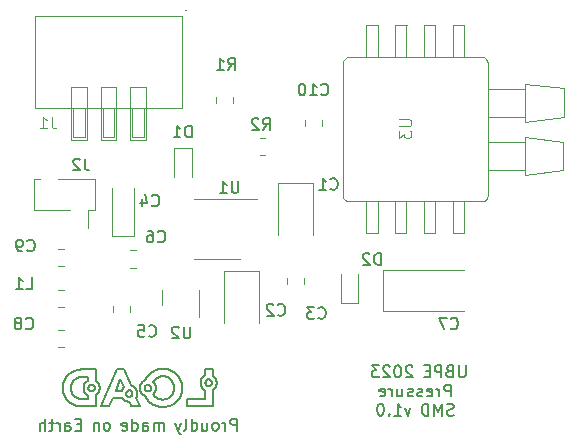
<source format=gbr>
%TF.GenerationSoftware,KiCad,Pcbnew,(7.0.0-0)*%
%TF.CreationDate,2023-04-15T16:17:14+02:00*%
%TF.ProjectId,MPX5100DP-SMD-board,4d505835-3130-4304-9450-2d534d442d62,0.99*%
%TF.SameCoordinates,Original*%
%TF.FileFunction,Legend,Bot*%
%TF.FilePolarity,Positive*%
%FSLAX46Y46*%
G04 Gerber Fmt 4.6, Leading zero omitted, Abs format (unit mm)*
G04 Created by KiCad (PCBNEW (7.0.0-0)) date 2023-04-15 16:17:14*
%MOMM*%
%LPD*%
G01*
G04 APERTURE LIST*
%ADD10C,0.200004*%
%ADD11C,0.150000*%
%ADD12C,0.100000*%
%ADD13C,0.120000*%
%ADD14C,0.050364*%
%ADD15C,0.023367*%
%ADD16C,0.005721*%
%ADD17C,0.003665*%
%ADD18C,0.006269*%
G04 APERTURE END LIST*
D10*
X56379235Y-52669973D02*
X56379235Y-52678860D01*
X66314308Y-51945119D02*
X66296347Y-51910583D01*
X63635663Y-52406043D02*
X63648947Y-52409153D01*
X58711681Y-52935445D02*
X58699518Y-52929867D01*
X62946261Y-52946142D02*
X62956847Y-52970587D01*
X58676178Y-52440710D02*
X58687677Y-52434003D01*
X61875336Y-53837071D02*
X61917070Y-53843673D01*
X64087967Y-54115664D02*
X64123957Y-54133389D01*
X65156441Y-54269031D02*
X65197623Y-54261581D01*
X63623423Y-51588567D02*
X63598855Y-51616158D01*
X63051706Y-52234636D02*
X63020312Y-52276069D01*
X64436779Y-51786168D02*
X64457825Y-51775624D01*
X66350672Y-53350569D02*
X66366122Y-53314317D01*
X68864262Y-51996333D02*
X68875404Y-52003578D01*
X63449458Y-52923716D02*
X63437959Y-52917009D01*
X59089992Y-52636461D02*
X59091739Y-52650395D01*
X63314375Y-52748441D02*
X63311308Y-52734970D01*
X57087005Y-52813752D02*
X57084615Y-52789185D01*
X58544304Y-52664533D02*
X58545365Y-52650395D01*
X57413592Y-53427221D02*
X57396937Y-53413756D01*
X58549527Y-52622750D02*
X58552594Y-52609279D01*
X65392731Y-51854430D02*
X65410780Y-51867923D01*
X62222849Y-53319459D02*
X62214695Y-53329980D01*
X68156484Y-52629405D02*
X68169503Y-52647886D01*
X64558708Y-53628308D02*
X64536287Y-53620844D01*
X65647153Y-52141185D02*
X65658468Y-52161273D01*
X68474369Y-52355195D02*
X68468868Y-52342860D01*
X63308892Y-52636461D02*
X63311308Y-52622750D01*
X57521719Y-53498702D02*
X57502722Y-53487901D01*
X68852762Y-52479339D02*
X68840922Y-52485490D01*
X56383363Y-52548287D02*
X56381070Y-52588486D01*
X59499178Y-52770511D02*
X59503579Y-52725091D01*
X64907237Y-51687625D02*
X64932519Y-51689133D01*
X58263807Y-52268702D02*
X58237461Y-52308026D01*
X62656983Y-52941118D02*
X62647394Y-52912769D01*
X58925422Y-52422274D02*
X58937586Y-52427852D01*
X64087293Y-53268691D02*
X64071680Y-53244236D01*
X68995076Y-52206018D02*
X68996136Y-52220156D01*
X68518635Y-52421706D02*
X68510003Y-52411601D01*
X57737609Y-51140149D02*
X57696030Y-51146142D01*
X62260748Y-53248594D02*
X62255830Y-53261239D01*
X62611817Y-52831225D02*
X62597785Y-52805310D01*
X58687677Y-52434003D02*
X58699518Y-52427852D01*
X69311560Y-51877834D02*
X69299726Y-51858484D01*
X58556296Y-52761654D02*
X58552594Y-52748441D01*
X58133828Y-52628203D02*
X58132037Y-52678859D01*
X58993208Y-52893731D02*
X58982834Y-52901999D01*
X69274273Y-51821080D02*
X69260681Y-51803053D01*
X61883776Y-53403869D02*
X61871936Y-53397718D01*
X59003173Y-52472742D02*
X59012711Y-52481964D01*
X66366122Y-53314317D02*
X66380767Y-53277705D01*
X63399834Y-53435726D02*
X63417350Y-53468175D01*
X68579514Y-52472633D02*
X68568372Y-52465388D01*
X64212372Y-51947007D02*
X64229069Y-51931175D01*
X61514390Y-52663779D02*
X61499087Y-52679974D01*
X68627486Y-52496056D02*
X68615017Y-52491068D01*
X63917821Y-54016026D02*
X63950546Y-54037421D01*
X65753633Y-52947555D02*
X65747491Y-52970898D01*
X56579648Y-51889867D02*
X56561522Y-51922573D01*
X64267177Y-51161879D02*
X64229108Y-51176285D01*
X64821145Y-53671002D02*
X64796089Y-53670106D01*
X66487065Y-52687747D02*
X66487065Y-52678860D01*
X68777218Y-52507299D02*
X68763698Y-52509749D01*
X66448797Y-53050814D02*
X66456829Y-53011808D01*
X62920035Y-52870018D02*
X62927834Y-52895836D01*
X66101471Y-51624527D02*
X66076111Y-51595518D01*
X64514107Y-53612783D02*
X64492166Y-53604125D01*
X61728561Y-53138536D02*
X61729622Y-53124397D01*
X65137707Y-53627057D02*
X65115053Y-53634141D01*
X56561522Y-53429750D02*
X56579648Y-53462673D01*
X63514926Y-53622883D02*
X63536435Y-53652324D01*
X56638613Y-53557874D02*
X56659796Y-53588420D01*
X61407181Y-52806499D02*
X61396380Y-52826283D01*
X68949584Y-52390162D02*
X68941927Y-52401081D01*
X69246530Y-51785495D02*
X69231834Y-51768419D01*
X69383042Y-52046396D02*
X69376487Y-52024115D01*
X61908409Y-53414435D02*
X61895939Y-53409447D01*
X63314375Y-52609279D02*
X63318077Y-52596066D01*
X58665036Y-52909765D02*
X58654269Y-52901999D01*
X58960925Y-52917009D02*
X58949426Y-52923716D01*
X68875404Y-52465388D02*
X68864262Y-52472633D01*
X63318077Y-52596066D02*
X63322395Y-52583128D01*
X62071424Y-53422567D02*
X62058140Y-53425678D01*
X62133684Y-53397718D02*
X62121844Y-53403869D01*
X64223041Y-53431673D02*
X64206768Y-53415918D01*
X63409677Y-51889271D02*
X63392198Y-51922380D01*
X59066071Y-52799572D02*
X59060005Y-52811579D01*
X62279134Y-52515210D02*
X62252003Y-52503792D01*
X64266847Y-52678860D02*
X64265853Y-52641107D01*
X57995611Y-51745668D02*
X58511812Y-51745668D01*
X64197904Y-54166633D02*
X64235805Y-54181922D01*
X62002810Y-53431337D02*
X61988682Y-53430975D01*
X58949426Y-52923716D02*
X58937586Y-52929867D01*
X62109681Y-52896276D02*
X62121844Y-52901854D01*
X64274137Y-54196237D02*
X64312899Y-54209577D01*
X68156484Y-51839561D02*
X68132216Y-51877834D01*
X58277931Y-53107943D02*
X58292668Y-53126360D01*
X57125013Y-52368667D02*
X57132106Y-52346508D01*
X63833353Y-52570483D02*
X63838271Y-52583128D01*
X59092800Y-52664533D02*
X59093157Y-52678860D01*
X65310576Y-51124589D02*
X65270543Y-51114138D01*
X61484301Y-52696668D02*
X61470046Y-52713846D01*
X63071667Y-53146324D02*
X63089468Y-53165493D01*
X64292090Y-53490146D02*
X64274236Y-53476212D01*
X57349313Y-51991435D02*
X57364798Y-51976629D01*
X62907371Y-52817157D02*
X62913206Y-52843784D01*
X58560614Y-52774592D02*
X58556296Y-52761654D01*
X56912886Y-53860874D02*
X56942021Y-53884565D01*
X59416805Y-53020734D02*
X59436733Y-52982158D01*
X68974908Y-52126106D02*
X68979826Y-52138751D01*
X57080356Y-52678860D02*
X57080623Y-52653541D01*
X57847482Y-53602863D02*
X57823763Y-53599532D01*
X61744872Y-53248594D02*
X61740554Y-53235656D01*
X63679367Y-53818538D02*
X63706912Y-53845780D01*
X57118438Y-52391070D02*
X57125013Y-52368667D01*
X68896545Y-52449354D02*
X68886170Y-52457622D01*
X57174827Y-53124986D02*
X57165421Y-53104803D01*
X63788716Y-51432433D02*
X63759251Y-51457033D01*
X58790482Y-52955897D02*
X58776742Y-52954126D01*
X56856582Y-51542221D02*
X56829414Y-51567919D01*
X64504828Y-51096212D02*
X64464118Y-51104679D01*
X66173093Y-51714900D02*
X66149961Y-51684219D01*
X66405644Y-52163112D02*
X66392650Y-52125745D01*
X56544161Y-51955850D02*
X56527566Y-51989697D01*
X64811470Y-54292929D02*
X64855789Y-54293428D01*
X69333377Y-51917763D02*
X69322782Y-51897598D01*
X57080356Y-52687747D02*
X57080356Y-52678860D01*
X68615017Y-51977897D02*
X68627486Y-51972909D01*
X59076489Y-52774592D02*
X59071571Y-52787237D01*
X59482010Y-52858545D02*
X59491958Y-52815028D01*
X57737607Y-54217384D02*
X57779646Y-54222521D01*
X58818551Y-52400383D02*
X58832679Y-52400746D01*
X58470429Y-53279028D02*
X58490905Y-53290800D01*
X62968320Y-52994531D02*
X62980657Y-53017952D01*
X65655259Y-54097523D02*
X65689783Y-54078503D01*
X64107013Y-52068730D02*
X64124259Y-52045733D01*
X62966933Y-52365881D02*
X62945274Y-52413926D01*
X64972919Y-53663645D02*
X64948204Y-53666403D01*
X66428752Y-52238830D02*
X66417678Y-52200807D01*
X58552594Y-52748441D02*
X58549527Y-52734970D01*
X68627486Y-51972909D02*
X68640245Y-51968530D01*
X68039041Y-52306861D02*
X68041857Y-52330531D01*
X65699481Y-53106986D02*
X65689753Y-53128679D01*
X57895746Y-53607976D02*
X57871476Y-53605677D01*
X59503579Y-52725091D02*
X59505066Y-52678860D01*
X65635421Y-52121426D02*
X65647153Y-52141185D01*
X66866838Y-53612051D02*
X66866838Y-54234178D01*
X68547231Y-52449354D02*
X68537266Y-52440600D01*
X59394615Y-53057837D02*
X59416805Y-53020734D01*
X65725862Y-52311072D02*
X65733606Y-52333646D01*
X62512644Y-52686579D02*
X62492824Y-52665209D01*
X58490905Y-53290800D02*
X58511812Y-53301875D01*
X66195483Y-51746135D02*
X66173093Y-51714900D01*
X62980657Y-53017952D02*
X62993839Y-53040831D01*
X64934740Y-51066289D02*
X64890809Y-51064790D01*
X63089468Y-53165493D02*
X63107966Y-53183969D01*
X63494081Y-53592943D02*
X63514926Y-53622883D01*
X61744872Y-53057130D02*
X61749790Y-53044485D01*
X64846441Y-53671301D02*
X64821145Y-53671002D01*
X65776330Y-52521291D02*
X65779267Y-52545608D01*
X62071424Y-52883155D02*
X62084453Y-52886909D01*
X57174827Y-52240061D02*
X57184643Y-52219842D01*
X65212940Y-51753889D02*
X65234395Y-51763148D01*
X58633930Y-52884977D02*
X58624393Y-52875756D01*
X56390703Y-52468980D02*
X56386575Y-52508451D01*
X65816779Y-51364060D02*
X65784666Y-51341989D01*
X57093367Y-52861943D02*
X57089923Y-52838005D01*
X63608403Y-52955897D02*
X63594460Y-52956973D01*
X63295613Y-52045190D02*
X63249166Y-52068887D01*
X62450625Y-52625083D02*
X62428305Y-52606387D01*
X58873882Y-52406043D02*
X58887165Y-52409153D01*
X56659796Y-53588420D02*
X56681741Y-53618373D01*
X56379693Y-52719840D02*
X56381070Y-52760460D01*
X68840922Y-52485490D02*
X68828759Y-52491068D01*
X62016937Y-53430975D02*
X62002810Y-53431337D01*
X63808029Y-52834539D02*
X63800372Y-52845458D01*
X65182122Y-53611024D02*
X65160064Y-53619352D01*
X61546498Y-52632942D02*
X61530198Y-52648097D01*
X65030703Y-51701168D02*
X65054513Y-51705674D01*
X56425109Y-52277122D02*
X56416393Y-52314757D01*
X63437959Y-52440710D02*
X63449458Y-52434003D01*
X68132216Y-51877834D02*
X68110399Y-51917763D01*
X68366525Y-52830292D02*
X68385934Y-52841798D01*
X61755291Y-53273573D02*
X61749790Y-53261239D01*
X68494192Y-52078803D02*
X68501849Y-52067885D01*
X65578299Y-51224898D02*
X65541635Y-51207927D01*
X56511736Y-53327407D02*
X56527565Y-53362118D01*
X65679844Y-52202437D02*
X65689905Y-52223511D01*
X63416050Y-52455720D02*
X63426817Y-52447954D01*
X62188022Y-54234178D02*
X62876583Y-54234178D01*
X58724150Y-52940433D02*
X58711681Y-52935445D01*
X64344633Y-51136030D02*
X64305686Y-51148460D01*
X69404735Y-52162105D02*
X69401918Y-52138435D01*
X57084615Y-52579041D02*
X57087005Y-52554694D01*
X62356812Y-52556119D02*
X62331568Y-52541404D01*
X65479175Y-51926502D02*
X65495332Y-51942297D01*
X66363784Y-52051993D02*
X66348026Y-52015825D01*
X64281359Y-51886335D02*
X64299520Y-51872273D01*
X57574048Y-51169643D02*
X57534302Y-51179316D01*
X65785676Y-52644733D02*
X65785943Y-52669972D01*
X66149961Y-51684219D02*
X66126088Y-51654095D01*
X63800372Y-52512262D02*
X63808029Y-52523180D01*
X61818189Y-52946744D02*
X61828153Y-52937990D01*
X61518816Y-53646696D02*
X61548286Y-53674703D01*
X62271835Y-53208972D02*
X62268768Y-53222443D01*
X59499178Y-52587208D02*
X59495915Y-52564831D01*
X63255150Y-53292101D02*
X63278451Y-53304263D01*
X68049801Y-52091860D02*
X68041857Y-52138435D01*
X58606667Y-52855978D02*
X58598513Y-52845458D01*
X65733606Y-52333646D02*
X65740815Y-52356420D01*
X64479228Y-51765517D02*
X64500881Y-51755939D01*
X62121844Y-52901854D02*
X62133684Y-52908005D01*
X63345493Y-52823240D02*
X63338879Y-52811579D01*
X68183095Y-51803053D02*
X68156484Y-51839561D01*
X68828759Y-52491068D02*
X68816289Y-52496056D01*
X64206376Y-52965075D02*
X64220129Y-52931903D01*
X63473462Y-52935445D02*
X63461299Y-52929867D01*
X68450447Y-52276882D02*
X68448700Y-52262948D01*
X58511812Y-51745668D02*
X58511812Y-52055843D01*
X63912928Y-51341026D02*
X63880926Y-51362830D01*
X57622556Y-51814102D02*
X57643833Y-51805864D01*
X57534302Y-51179316D02*
X57495013Y-51189907D01*
X57779646Y-54222521D02*
X57822147Y-54226721D01*
X63307145Y-52707325D02*
X63306085Y-52693186D01*
X61794543Y-53816441D02*
X61834467Y-53827967D01*
X58776742Y-52403593D02*
X58790482Y-52401822D01*
X65526528Y-51975263D02*
X65541602Y-51992371D01*
X62250329Y-53032150D02*
X62255830Y-53044485D01*
X64045118Y-52166346D02*
X64059508Y-52141084D01*
X63821787Y-52811579D02*
X63815173Y-52823240D01*
X68666558Y-52507299D02*
X68653274Y-52504189D01*
X62016248Y-53849014D02*
X62022940Y-53848926D01*
X63382987Y-53402774D02*
X63399834Y-53435726D01*
X68906510Y-52028365D02*
X68916047Y-52037587D01*
X58606667Y-52501741D02*
X58615299Y-52491636D01*
X65784875Y-52619676D02*
X65785676Y-52644733D01*
X63162737Y-52126235D02*
X63123081Y-52159552D01*
X64683176Y-51701558D02*
X64707090Y-51697542D01*
X57164228Y-54030860D02*
X57198570Y-54048948D01*
X58225271Y-53029326D02*
X58237461Y-53049691D01*
X58633930Y-52472742D02*
X58643895Y-52463988D01*
X65021474Y-53656281D02*
X64997343Y-53660271D01*
X65246577Y-53582395D02*
X65225338Y-53592498D01*
X58643895Y-52463988D02*
X58654269Y-52455720D01*
X56408594Y-52996701D02*
X56416393Y-53034839D01*
X64731253Y-51694143D02*
X64755665Y-51691362D01*
X59219150Y-52113470D02*
X59183719Y-52089320D01*
X62593714Y-53507941D02*
X62605506Y-53486911D01*
X64545979Y-51088737D02*
X64504828Y-51096212D01*
X62672580Y-52999390D02*
X62665388Y-52970001D01*
X65296702Y-51793901D02*
X65316685Y-51805081D01*
X68996136Y-52248810D02*
X68995076Y-52262948D01*
X62645476Y-53398481D02*
X62653588Y-53375376D01*
X56379693Y-52629049D02*
X56379235Y-52669973D01*
X63706912Y-53845780D02*
X63735102Y-53872293D01*
X56704449Y-53647732D02*
X56727919Y-53676500D01*
X63744616Y-52455720D02*
X63754990Y-52463988D01*
X68984144Y-52151689D02*
X68987846Y-52164902D01*
X57614250Y-51160890D02*
X57574048Y-51169643D01*
X65668946Y-53170979D02*
X65657867Y-53191589D01*
X65553099Y-53343742D02*
X65537991Y-53361196D01*
X66317460Y-53421282D02*
X66334451Y-53386224D01*
X64470464Y-53594869D02*
X64449078Y-53585082D01*
X65287988Y-53560893D02*
X65267460Y-53571860D01*
X69260681Y-51803053D02*
X69246530Y-51785495D01*
X68996136Y-52220156D02*
X68996494Y-52234483D01*
X63849555Y-51385332D02*
X63818818Y-51408533D01*
X65537991Y-53361196D02*
X65522439Y-53378309D01*
X64160602Y-54150379D02*
X64197904Y-54166633D01*
X65189187Y-51096212D02*
X65147863Y-51088737D01*
X56496673Y-53292100D02*
X56511736Y-53327407D01*
X63827852Y-52558148D02*
X63833353Y-52570483D01*
X62044620Y-53428128D02*
X62030880Y-53429899D01*
X64659512Y-51706193D02*
X64683176Y-51701558D01*
X64431765Y-54243725D02*
X64472245Y-54253146D01*
X61761356Y-53020143D02*
X61767970Y-53008481D01*
X57996779Y-54234178D02*
X59183719Y-54234178D01*
X65764314Y-52900337D02*
X65759240Y-52924035D01*
X63674693Y-51535033D02*
X63648702Y-51561526D01*
X66154093Y-53680337D02*
X66177162Y-53650033D01*
X63188489Y-53250515D02*
X63210147Y-53265206D01*
X64846441Y-51064290D02*
X64802186Y-51064790D01*
X63880926Y-51362830D02*
X63849555Y-51385332D01*
X57184643Y-53144820D02*
X57174827Y-53124986D01*
X63327313Y-52787237D02*
X63322395Y-52774592D01*
X63558606Y-53681266D02*
X63581438Y-53709712D01*
X56777145Y-51621285D02*
X56752152Y-51648831D01*
X58912953Y-52940433D02*
X58900195Y-52944812D01*
X59030437Y-52855978D02*
X59021805Y-52866083D01*
X57484115Y-53476653D02*
X57465899Y-53464961D01*
X58552594Y-52609279D02*
X58556296Y-52596066D01*
X63842589Y-52761654D02*
X63838271Y-52774592D01*
X62214695Y-53329980D02*
X62206063Y-53340085D01*
X65547843Y-54150399D02*
X65584290Y-54133470D01*
X68640245Y-51968530D02*
X68653274Y-51964776D01*
X65740815Y-52994063D02*
X65733606Y-53017051D01*
X64191838Y-52362133D02*
X64175099Y-52330930D01*
X66392650Y-52125745D02*
X66378697Y-52088706D01*
X63395711Y-52884977D02*
X63386173Y-52875756D01*
X64206768Y-53415918D02*
X64190890Y-53399710D01*
X63551851Y-51672990D02*
X63529414Y-51702232D01*
X63815173Y-52534479D02*
X63821787Y-52546141D01*
X61430594Y-52768143D02*
X61418590Y-52787115D01*
X64567357Y-51730912D02*
X64590019Y-51723805D01*
X63278451Y-53304263D02*
X63302257Y-53315540D01*
X59091739Y-52707325D02*
X59089992Y-52721259D01*
X63038236Y-53105992D02*
X63054583Y-53126483D01*
X57033347Y-53951464D02*
X57065092Y-53972367D01*
X58430826Y-53253452D02*
X58450397Y-53266573D01*
X58139118Y-52779191D02*
X58143036Y-52803623D01*
X57147838Y-52302917D02*
X57156424Y-52281601D01*
X63427863Y-51856716D02*
X63409677Y-51889271D01*
X65781671Y-52779131D02*
X65779267Y-52803736D01*
X59487319Y-52520802D02*
X59482010Y-52499174D01*
X61351938Y-52930673D02*
X60851511Y-52930673D01*
X66394467Y-53240747D02*
X66407223Y-53203444D01*
X59012711Y-52875756D02*
X59003173Y-52884977D01*
X64328981Y-53516642D02*
X64310339Y-53503623D01*
X69322782Y-51897598D02*
X69311560Y-51877834D01*
X65473675Y-53427109D02*
X65456709Y-53442479D01*
X65389357Y-51148460D02*
X65350180Y-51136030D01*
X57417799Y-54142403D02*
X57456178Y-54155082D01*
X68557605Y-52011343D02*
X68568372Y-52003578D01*
X68060734Y-52422570D02*
X68067289Y-52444851D01*
X57696028Y-54211309D02*
X57737607Y-54217384D01*
X58393126Y-52132446D02*
X58357451Y-52163104D01*
X64890809Y-51064790D02*
X64846441Y-51064290D01*
X61767970Y-53008481D02*
X61775114Y-52997182D01*
X63744616Y-52901999D02*
X63733849Y-52909765D01*
X65623271Y-52101996D02*
X65635421Y-52121426D01*
X63249166Y-52068887D02*
X63204820Y-52095958D01*
X69184608Y-51720219D02*
X69167865Y-51705208D01*
X61359508Y-52909113D02*
X61351938Y-52930673D01*
X65753633Y-52402558D02*
X65759240Y-52425920D01*
X63594460Y-52400746D02*
X63608403Y-52401822D01*
X58153345Y-52851596D02*
X58159703Y-52875107D01*
X68275910Y-52763758D02*
X68293131Y-52778220D01*
X63454384Y-53531562D02*
X63473900Y-53562503D01*
X61367750Y-52887879D02*
X61359508Y-52909113D01*
X68816289Y-52496056D02*
X68803531Y-52500435D01*
X68480434Y-52101764D02*
X68487048Y-52090102D01*
X68707760Y-52512596D02*
X68693818Y-52511520D01*
X62688635Y-53121396D02*
X62686587Y-53090286D01*
X64190890Y-53399710D02*
X64175410Y-53383049D01*
X69132959Y-51676849D02*
X69114822Y-51663528D01*
X58624393Y-52875756D02*
X58615299Y-52866083D01*
X65725862Y-53039865D02*
X65717584Y-53062504D01*
X59285080Y-53189639D02*
X59315394Y-53159370D01*
X63498689Y-52944812D02*
X63485931Y-52940433D01*
X65238356Y-54253146D02*
X65278639Y-54243725D01*
X57349313Y-53370719D02*
X57334219Y-53355496D01*
X58615299Y-52491636D02*
X58624393Y-52481964D01*
X61645902Y-53747729D02*
X61681243Y-53768138D01*
X69200860Y-51735767D02*
X69184608Y-51720219D01*
X65403673Y-53485919D02*
X65385282Y-53499512D01*
X58139118Y-52578527D02*
X58133828Y-52628203D01*
X57139714Y-52324591D02*
X57147838Y-52302917D01*
X65821494Y-53995428D02*
X65852830Y-53972906D01*
X58393126Y-53225272D02*
X58411730Y-53239680D01*
X64629609Y-51076770D02*
X64587573Y-51082256D01*
X65541602Y-51992371D02*
X65556258Y-52009813D01*
X63783586Y-52866083D02*
X63774493Y-52875756D01*
X62381369Y-52571875D02*
X62356812Y-52556119D01*
X63306085Y-52664533D02*
X63307145Y-52650395D01*
X62252003Y-52503792D02*
X62224302Y-52493532D01*
X63302257Y-53315540D02*
X63326547Y-53325910D01*
X68060734Y-52046396D02*
X68049801Y-52091860D01*
X64522788Y-51746979D02*
X64544946Y-51738636D01*
X57871476Y-51752411D02*
X57895746Y-51749987D01*
X62255830Y-53044485D02*
X62260748Y-53057130D01*
X63699367Y-52427852D02*
X63711208Y-52434003D01*
X69398327Y-52115015D02*
X69393975Y-52091860D01*
X58136043Y-52754483D02*
X58139118Y-52779191D01*
X57112381Y-52954572D02*
X57106844Y-52931882D01*
X66080394Y-53767697D02*
X66105706Y-53739169D01*
X65785676Y-52704206D02*
X65784875Y-52729366D01*
X63983922Y-54058082D02*
X64017950Y-54078010D01*
X68974908Y-52342860D02*
X68969407Y-52355195D01*
X63783586Y-52491636D02*
X63792218Y-52501741D01*
X65609064Y-53270471D02*
X65595743Y-53289310D01*
X63311308Y-52734970D02*
X63308892Y-52721259D01*
X56482452Y-52094507D02*
X56469148Y-52130285D01*
X65347432Y-53525378D02*
X65327973Y-53537653D01*
X58192812Y-52392111D02*
X58174754Y-52436621D01*
X63232375Y-53279075D02*
X63255150Y-53292101D01*
X63461299Y-52929867D02*
X63449458Y-52923716D01*
X68707760Y-51956369D02*
X68721888Y-51956007D01*
X61974740Y-53429899D02*
X61961000Y-53428128D01*
X63417350Y-53468175D02*
X63435534Y-53500120D01*
X65621937Y-53251281D02*
X65609064Y-53270471D01*
X61947480Y-53425678D02*
X61934196Y-53422567D01*
X63022650Y-53084872D02*
X63038236Y-53105992D01*
X59071571Y-52570483D02*
X59076489Y-52583128D01*
X57865109Y-54229985D02*
X57908535Y-54232316D01*
X65783540Y-52594802D02*
X65784875Y-52619676D01*
X64305686Y-51148460D02*
X64267177Y-51161879D01*
X62647394Y-52912769D02*
X62636651Y-52884983D01*
X57696030Y-51146142D02*
X57654911Y-51153056D01*
X63473462Y-52422274D02*
X63485931Y-52417286D01*
X68568372Y-52003578D02*
X68579514Y-51996333D01*
X61871936Y-53397718D02*
X61860436Y-53391011D01*
X68941927Y-52401081D02*
X68933773Y-52411601D01*
X65995656Y-51511946D02*
X65967493Y-51485452D01*
X62058140Y-53425678D02*
X62044620Y-53428128D01*
X68864262Y-52472633D02*
X68852762Y-52479339D01*
X63437959Y-52917009D02*
X63426817Y-52909765D01*
X68886170Y-52011343D02*
X68896545Y-52019611D01*
X63711208Y-52923716D02*
X63699367Y-52929867D01*
X63653897Y-53792073D02*
X63679367Y-53818538D01*
X62912833Y-52515460D02*
X62902378Y-52568613D01*
X61456335Y-52731494D02*
X61443180Y-52749597D01*
X69406763Y-52282954D02*
X69408402Y-52234483D01*
X68487048Y-52090102D02*
X68494192Y-52078803D01*
X68487048Y-52378863D02*
X68480434Y-52367202D01*
X57413592Y-51934759D02*
X57430638Y-51921653D01*
X64758376Y-51066289D02*
X64715010Y-51068786D01*
X58560614Y-52583128D02*
X58565532Y-52570483D01*
X57601608Y-53537428D02*
X57581050Y-53528420D01*
X66479346Y-52514213D02*
X66475006Y-52473882D01*
X68721888Y-51956007D02*
X68736015Y-51956369D01*
X61934196Y-53422567D02*
X61921167Y-53418814D01*
X68925141Y-52047259D02*
X68933773Y-52057364D01*
X64544946Y-51738636D02*
X64567357Y-51730912D01*
X65584316Y-52045692D02*
X65597719Y-52064129D01*
X56802899Y-51594314D02*
X56777145Y-51621285D01*
X61883776Y-52901854D02*
X61895939Y-52896276D01*
X68527728Y-52431379D02*
X68518635Y-52421706D01*
X57065093Y-51382132D02*
X57033347Y-51402884D01*
X64299520Y-51872273D02*
X64318044Y-51858652D01*
X56598539Y-53495001D02*
X56618194Y-53526735D01*
X66439821Y-53089482D02*
X66448797Y-53050814D01*
X63446757Y-51824714D02*
X63427863Y-51856716D01*
X58292668Y-53126360D02*
X58308005Y-53144252D01*
X56856581Y-53811417D02*
X56884406Y-53836491D01*
X65327973Y-53537653D02*
X65308159Y-53549491D01*
X56618195Y-51826170D02*
X56598539Y-51857732D01*
X68459632Y-52317277D02*
X68455930Y-52304064D01*
X61790925Y-52975743D02*
X61799557Y-52965638D01*
X68447640Y-52248810D02*
X68447282Y-52234483D01*
X65581975Y-53307801D02*
X65567760Y-53325944D01*
X61849294Y-53383767D02*
X61838528Y-53376001D01*
X61818189Y-53358979D02*
X61808651Y-53349757D01*
X68468868Y-52342860D02*
X68463950Y-52330215D01*
X58565532Y-52787237D02*
X58560614Y-52774592D01*
X61729622Y-53181327D02*
X61728561Y-53167188D01*
X65045311Y-53651674D02*
X65021474Y-53656281D01*
X69287292Y-52629405D02*
X69311560Y-52591132D01*
X61259330Y-51921938D02*
X61546497Y-52632942D01*
X65740815Y-52356420D02*
X65747491Y-52379391D01*
X62265066Y-53235656D02*
X62260748Y-53248594D01*
X57709274Y-51784288D02*
X57731627Y-51778146D01*
X68790502Y-52504189D02*
X68777218Y-52507299D01*
X68468868Y-52126106D02*
X68474369Y-52113771D01*
X68653274Y-51964776D02*
X68666558Y-51961666D01*
X63345493Y-52534479D02*
X63352637Y-52523180D01*
X64672088Y-51072280D02*
X64629609Y-51076770D01*
X59080808Y-52761654D02*
X59076489Y-52774592D01*
X61947480Y-52880045D02*
X61961000Y-52877595D01*
X57754252Y-53586417D02*
X57731627Y-53580999D01*
X56383363Y-52800722D02*
X56386575Y-52840627D01*
X68680078Y-52509749D02*
X68666558Y-52507299D01*
X63368448Y-52501741D02*
X63377080Y-52491636D01*
X66456208Y-52354872D02*
X66448018Y-52315862D01*
X61767970Y-53297242D02*
X61761356Y-53285580D01*
X59505066Y-52678860D02*
X59504692Y-52655649D01*
X63392198Y-51922380D02*
X63375425Y-51956043D01*
X57233559Y-54066327D02*
X57269194Y-54082996D01*
X65063916Y-51076770D02*
X65021292Y-51072280D01*
X63629085Y-53765114D02*
X63653897Y-53792073D01*
X64142193Y-52023283D02*
X64160804Y-52001376D01*
X64263564Y-51900840D02*
X64281359Y-51886335D01*
X58972067Y-52447954D02*
X58982834Y-52455720D01*
X62673149Y-53303927D02*
X62678023Y-53279452D01*
X64554489Y-54269031D02*
X64596253Y-54275494D01*
X66334451Y-53386224D02*
X66350672Y-53350569D01*
X65169147Y-51737145D02*
X65191191Y-51745221D01*
X58654269Y-52901999D02*
X58643895Y-52893731D01*
X65278639Y-54243725D02*
X65318469Y-54233323D01*
X64012707Y-51279799D02*
X63978820Y-51299511D01*
X65197623Y-54261581D02*
X65238356Y-54253146D01*
X57082753Y-52764301D02*
X57081422Y-52739101D01*
X59495915Y-52564831D02*
X59491958Y-52542692D01*
X63853521Y-52707325D02*
X63851774Y-52721259D01*
X65784875Y-52729366D02*
X65783540Y-52754341D01*
X65595743Y-53289310D02*
X65581975Y-53307801D01*
X58598513Y-52512262D02*
X58606667Y-52501741D01*
X64239711Y-53446975D02*
X64223041Y-53431673D01*
X58583712Y-52823240D02*
X58577099Y-52811579D01*
X61731369Y-53110463D02*
X61733785Y-53096752D01*
X57448073Y-51908973D02*
X57465899Y-51896719D01*
X68933773Y-52057364D02*
X68941927Y-52067885D01*
X63486668Y-51762369D02*
X63466358Y-51793266D01*
X57541106Y-51851981D02*
X57560883Y-51841867D01*
X62876583Y-54234178D02*
X62581235Y-53528508D01*
X61681243Y-53768138D02*
X61717850Y-53786446D01*
X66485134Y-52595872D02*
X66482722Y-52554877D01*
X59087576Y-52734970D02*
X59084509Y-52748441D01*
X63733849Y-52909765D02*
X63722707Y-52917009D01*
X64114396Y-53116415D02*
X64135716Y-53088255D01*
X63635663Y-52951676D02*
X63622143Y-52954126D01*
X68100444Y-52530652D02*
X68110399Y-52551203D01*
X63167420Y-53235025D02*
X63188489Y-53250515D01*
X65717584Y-53062504D02*
X65708758Y-53084928D01*
X63764955Y-52472742D02*
X63774493Y-52481964D01*
X65556258Y-52009813D02*
X65570496Y-52027586D01*
X57269195Y-51272404D02*
X57233560Y-51288934D01*
X68144050Y-52610482D02*
X68156484Y-52629405D01*
X68211942Y-51768419D02*
X68183095Y-51803053D01*
X57823763Y-51758863D02*
X57847482Y-51755370D01*
X66105706Y-53739169D02*
X66130274Y-53710049D01*
X63386173Y-52481964D02*
X63395711Y-52472742D01*
X64855789Y-54293428D02*
X64900051Y-54292929D01*
X68591014Y-52479339D02*
X68579514Y-52472633D01*
X57002252Y-53929861D02*
X57033347Y-53951464D01*
X68591014Y-51989626D02*
X68602854Y-51983475D01*
X65657867Y-53191589D02*
X65646339Y-53211841D01*
X68653274Y-52504189D02*
X68640245Y-52500435D01*
X68480434Y-52367202D02*
X68474369Y-52355195D01*
X58357451Y-52163104D02*
X58323924Y-52196116D01*
X63687204Y-52422274D02*
X63699367Y-52427852D01*
X56802898Y-53759252D02*
X56829413Y-53785654D01*
X64180084Y-51980003D02*
X64196044Y-51963283D01*
X58654269Y-52455720D02*
X58665036Y-52447954D01*
X68615017Y-52491068D02*
X68602854Y-52485490D01*
X66277650Y-51876595D02*
X66258215Y-51843154D01*
X57800319Y-51762888D02*
X57823763Y-51758863D01*
X65318469Y-54233323D02*
X65357844Y-54221939D01*
X66419034Y-53165798D02*
X66429900Y-53127811D01*
X58832679Y-52400746D02*
X58846621Y-52401822D01*
X56942021Y-53884565D02*
X56971810Y-53907561D01*
X57334219Y-53355496D02*
X57319523Y-53339877D01*
X63127137Y-53201731D02*
X63146963Y-53218756D01*
X69352635Y-51959239D02*
X69343332Y-51938314D01*
X63818818Y-51408533D02*
X63788716Y-51432433D01*
X63338879Y-52811579D02*
X63332814Y-52799572D01*
X58736908Y-52412907D02*
X58749938Y-52409153D01*
X65567760Y-53325944D02*
X65553099Y-53343742D01*
X63792218Y-52501741D02*
X63800372Y-52512262D01*
X69200860Y-52733199D02*
X69231834Y-52700547D01*
X68448700Y-52206018D02*
X68450447Y-52192084D01*
X58174754Y-52436621D02*
X58159703Y-52482611D01*
X63377080Y-52866083D02*
X63368448Y-52855978D01*
X68693818Y-52511520D02*
X68680078Y-52509749D01*
X63648947Y-52409153D02*
X63661977Y-52412907D01*
X66023156Y-51539182D02*
X65995656Y-51511946D01*
X56884406Y-53836491D02*
X56912886Y-53860874D01*
X57754252Y-51772531D02*
X57777149Y-51767445D01*
X59370254Y-52264345D02*
X59343816Y-52230470D01*
X57198570Y-54048948D02*
X57233559Y-54066327D01*
X63511719Y-52948566D02*
X63498689Y-52944812D01*
X63538523Y-52403593D02*
X63552263Y-52401822D01*
X68459632Y-52151689D02*
X68463950Y-52138751D01*
X59445819Y-52395372D02*
X59436733Y-52375562D01*
X57184643Y-52219842D02*
X57194868Y-52199992D01*
X68518635Y-52047259D02*
X68527728Y-52037587D01*
X57823763Y-53599532D02*
X57800319Y-53595682D01*
X68527728Y-52037587D02*
X68537266Y-52028365D01*
X65439386Y-53457404D02*
X65421707Y-53471883D01*
X58699518Y-52929867D02*
X58687677Y-52923716D01*
X59091739Y-52650395D02*
X59092800Y-52664533D01*
X64155625Y-53058990D02*
X64174072Y-53028670D01*
X61917070Y-53843673D02*
X61959588Y-53847694D01*
X68452863Y-52290593D02*
X68450447Y-52276882D01*
X57227993Y-52142682D02*
X57239850Y-52124333D01*
X59501737Y-52609812D02*
X59499178Y-52587208D01*
X62260748Y-53057130D02*
X62265066Y-53070068D01*
X65114812Y-54275494D02*
X65156441Y-54269031D01*
X63622143Y-52954126D02*
X63608403Y-52955897D01*
X59394615Y-52299882D02*
X59370254Y-52264345D01*
X63552263Y-52955897D02*
X63538523Y-52954126D01*
X68941927Y-52067885D02*
X68949584Y-52078803D01*
X65230081Y-51104679D02*
X65189187Y-51096212D01*
X58159703Y-52482611D02*
X58147784Y-52529954D01*
X64356180Y-51832731D02*
X64375790Y-51820431D01*
X58545365Y-52650395D02*
X58547112Y-52636461D01*
X63945560Y-51319920D02*
X63912928Y-51341026D01*
X65620095Y-54115845D02*
X65655259Y-54097523D01*
X65124177Y-51722772D02*
X65146809Y-51729662D01*
X68091141Y-52509727D02*
X68100444Y-52530652D01*
X57396937Y-53413756D02*
X57380672Y-53399850D01*
X66470057Y-52932787D02*
X66475254Y-52892775D01*
X65689905Y-52223511D02*
X65699549Y-52244912D01*
X64017950Y-54078010D02*
X64052632Y-54097204D01*
X63792218Y-52855978D02*
X63783586Y-52866083D01*
X65723668Y-54058784D02*
X65756914Y-54038366D01*
X58624393Y-52481964D02*
X58633930Y-52472742D01*
X56884407Y-51517231D02*
X56856582Y-51542221D01*
X58615299Y-52866083D02*
X58606667Y-52855978D01*
X58571033Y-52558148D02*
X58577099Y-52546141D01*
X57125013Y-52999024D02*
X57118438Y-52976952D01*
X68347527Y-51650799D02*
X68310817Y-51676849D01*
X62167305Y-52476608D02*
X62138067Y-52470003D01*
X68777218Y-51961666D02*
X68790502Y-51964776D01*
X66456829Y-53011808D02*
X66463915Y-52972465D01*
X66475006Y-52473882D02*
X66469703Y-52433881D01*
X57106844Y-52931882D02*
X57101829Y-52908881D01*
X65938668Y-51459698D02*
X65909183Y-51434683D01*
X65466429Y-51176285D02*
X65428106Y-51161879D01*
X62121844Y-53403869D02*
X62109681Y-53409447D01*
X57319523Y-52022305D02*
X57334219Y-52006666D01*
X65848237Y-51386866D02*
X65816779Y-51364060D01*
X58543947Y-52678860D02*
X58544304Y-52664533D01*
X57495012Y-54166814D02*
X57534301Y-54177600D01*
X58308005Y-53144252D02*
X58323924Y-53161601D01*
X64196044Y-51963283D02*
X64212372Y-51947007D01*
X58818551Y-52957335D02*
X58804424Y-52956973D01*
X64536287Y-53620844D02*
X64514107Y-53612783D01*
X68074550Y-52002153D02*
X68060734Y-52046396D01*
X65522439Y-53378309D02*
X65506540Y-53395025D01*
X68666558Y-51961666D02*
X68680078Y-51959216D01*
X62002809Y-53849051D02*
X62016248Y-53849014D01*
X64387266Y-53552940D02*
X64367445Y-53541301D01*
X57945120Y-51746750D02*
X57970226Y-51745939D01*
X66217133Y-51777923D02*
X66195483Y-51746135D01*
X68067289Y-52444851D02*
X68074550Y-52466813D01*
X65276327Y-51783185D02*
X65296702Y-51793901D01*
X57291343Y-52054763D02*
X57305230Y-52038339D01*
X69383042Y-52422570D02*
X69393975Y-52377106D01*
X63525003Y-52951676D02*
X63511719Y-52948566D01*
X63338879Y-52546141D02*
X63345493Y-52534479D01*
X63146963Y-53218756D02*
X63167420Y-53235025D01*
X58711681Y-52422274D02*
X58724150Y-52417286D01*
X58900195Y-52944812D02*
X58887165Y-52948566D01*
X65689753Y-53128679D02*
X65679575Y-53150009D01*
X66199478Y-53619136D02*
X66221040Y-53587646D01*
X64274236Y-53476212D02*
X64256776Y-53461821D01*
X56681741Y-53618373D02*
X56704449Y-53647732D01*
X63343997Y-52025033D02*
X63295613Y-52045190D01*
X59315394Y-52198350D02*
X59285080Y-52168080D01*
X58547112Y-52721259D02*
X58545365Y-52707325D01*
X68035373Y-52234483D02*
X68035785Y-52258823D01*
X59469429Y-52900969D02*
X59482010Y-52858545D01*
X61838528Y-52929722D02*
X61849294Y-52921957D01*
X59315394Y-53159370D02*
X59343816Y-53127250D01*
X64067731Y-53169211D02*
X64091718Y-53143418D01*
X58174754Y-52921096D02*
X58183415Y-52943544D01*
X65421707Y-53471883D02*
X65403673Y-53485919D01*
X58323924Y-53161601D02*
X58340411Y-53178394D01*
X65234395Y-51763148D02*
X65255559Y-51772934D01*
X57227993Y-53220665D02*
X57216543Y-53202229D01*
X66417678Y-52200807D02*
X66405644Y-52163112D01*
X66126088Y-51654095D02*
X66101471Y-51624527D01*
X59252968Y-53217964D02*
X59285080Y-53189639D01*
X56527565Y-53362118D02*
X56544161Y-53396232D01*
X68242916Y-52733199D02*
X68259168Y-52748747D01*
X64175410Y-53383049D02*
X64156458Y-53361233D01*
X65473219Y-54181922D02*
X65510753Y-54166633D01*
X56386575Y-52508451D02*
X56383363Y-52548287D01*
X65570496Y-52027586D02*
X65584316Y-52045692D01*
X61828153Y-53367733D02*
X61818189Y-53358979D01*
X68916047Y-52431379D02*
X68906510Y-52440600D01*
X57687191Y-53568584D02*
X57665377Y-53561583D01*
X64780325Y-51689199D02*
X64805233Y-51687654D01*
X68640245Y-52500435D02*
X68627486Y-52496056D01*
X58143036Y-52803623D02*
X58147784Y-52827763D01*
X58147784Y-52529954D02*
X58139118Y-52578527D01*
X63461299Y-52427852D02*
X63473462Y-52422274D01*
X59436733Y-52375562D02*
X59416805Y-52336986D01*
X65101250Y-51716477D02*
X65124177Y-51722772D01*
X61775114Y-52997182D02*
X61782771Y-52986264D01*
X63395711Y-52472742D02*
X63405676Y-52463988D01*
X61729622Y-53124397D02*
X61731369Y-53110463D01*
X66482722Y-52554877D02*
X66479346Y-52514213D01*
X61988682Y-52874748D02*
X62002810Y-52874386D01*
X61611909Y-53725300D02*
X61645902Y-53747729D01*
X65030225Y-54285448D02*
X65072740Y-54280966D01*
X56469148Y-53220317D02*
X56482452Y-53256379D01*
X62244264Y-53020143D02*
X62250329Y-53032150D01*
X63823546Y-53947450D02*
X63854322Y-53971041D01*
X63648947Y-52948566D02*
X63635663Y-52951676D01*
X60330344Y-54234178D02*
X60610500Y-53552800D01*
X63360294Y-52512262D02*
X63368448Y-52501741D01*
X69369225Y-52002153D02*
X69361270Y-51980523D01*
X58132037Y-52678859D02*
X58132488Y-52704301D01*
X64160804Y-52001376D02*
X64180084Y-51980003D01*
X57252114Y-52106364D02*
X57264784Y-52088778D01*
X65879039Y-51410406D02*
X65848237Y-51386866D01*
X57033347Y-51402884D02*
X57002253Y-51424342D01*
X57165421Y-52260649D02*
X57174827Y-52240061D01*
X64464118Y-51104679D02*
X64423849Y-51114138D01*
X65495332Y-51942297D02*
X65511116Y-51958551D01*
X56777144Y-53732259D02*
X56802898Y-53759252D01*
X58571033Y-52799572D02*
X58565532Y-52787237D01*
X64137195Y-52271547D02*
X64116132Y-52243473D01*
X57484115Y-51884893D02*
X57502722Y-51873494D01*
X65504327Y-51191679D02*
X65466429Y-51176285D01*
X63661977Y-52412907D02*
X63674735Y-52417286D01*
X64135716Y-53088255D02*
X64155625Y-53058990D01*
X63566206Y-52400746D02*
X63580333Y-52400383D01*
X59183719Y-53268399D02*
X59219150Y-53244249D01*
X68328953Y-52805438D02*
X68347527Y-52818167D01*
X58960925Y-52440710D02*
X58972067Y-52447954D01*
X57239850Y-53238751D02*
X57227993Y-53220665D01*
X57560883Y-51841867D02*
X57581050Y-51832182D01*
X62566637Y-52755561D02*
X62549580Y-52731785D01*
X65971831Y-53875780D02*
X66000000Y-53849734D01*
X64513153Y-54261581D02*
X64554489Y-54269031D01*
X64423849Y-51114138D02*
X64384021Y-51124589D01*
X63821787Y-52546141D02*
X63827852Y-52558148D01*
X66076111Y-51595518D02*
X66050006Y-51567069D01*
X62636651Y-52884983D02*
X62624782Y-52857792D01*
X56527566Y-51989697D02*
X56511736Y-52024115D01*
X58147784Y-52827763D02*
X58153345Y-52851596D01*
X64093731Y-52216546D02*
X64070042Y-52190819D01*
X62196059Y-52484461D02*
X62167305Y-52476608D01*
X64352092Y-54221939D02*
X64391714Y-54233323D01*
X63851774Y-52636461D02*
X63853521Y-52650395D01*
X69096248Y-52818167D02*
X69132959Y-52792117D01*
X64220129Y-52931903D02*
X64232216Y-52897883D01*
X63426817Y-52447954D02*
X63437959Y-52440710D01*
X61530198Y-52648097D02*
X61514390Y-52663779D01*
X63581438Y-53709712D02*
X63604932Y-53737661D01*
X63674735Y-52940433D02*
X63661977Y-52944812D01*
X62029686Y-53848755D02*
X62188022Y-54234178D01*
X62097211Y-52891288D02*
X62109681Y-52896276D01*
X63352637Y-52523180D02*
X63360294Y-52512262D01*
X68054900Y-52399984D02*
X68060734Y-52422570D01*
X68037012Y-52282954D02*
X68039041Y-52306861D01*
X58736908Y-52944812D02*
X58724150Y-52940433D01*
X62167093Y-53376001D02*
X62156326Y-53383767D01*
X57239850Y-52124333D02*
X57252114Y-52106364D01*
X65490286Y-53411291D02*
X65473675Y-53427109D01*
X62268768Y-53083281D02*
X62271835Y-53096752D01*
X64310339Y-53503623D02*
X64292090Y-53490146D01*
X63536435Y-53652324D02*
X63558606Y-53681266D01*
X64636097Y-51711446D02*
X64659512Y-51706193D01*
X64796089Y-53670106D02*
X64771273Y-53668614D01*
X57654909Y-54204294D02*
X57696028Y-54211309D01*
X68074550Y-52466813D02*
X68082506Y-52488443D01*
X64257958Y-52791256D02*
X64262862Y-52754363D01*
X65781671Y-52570112D02*
X65783540Y-52594802D01*
X63950546Y-54037421D02*
X63983922Y-54058082D01*
X68579514Y-51996333D02*
X68591014Y-51989626D01*
X63674735Y-52417286D02*
X63687204Y-52422274D01*
X61491016Y-53616989D02*
X61518816Y-53646696D01*
X61728204Y-53152862D02*
X61728561Y-53138536D01*
X64251346Y-52531165D02*
X64242841Y-52495798D01*
X58643895Y-52893731D02*
X58633930Y-52884977D01*
X58545365Y-52707325D02*
X58544304Y-52693186D01*
X62224302Y-52493532D02*
X62196059Y-52484461D01*
X68963342Y-52367202D02*
X68956728Y-52378863D01*
X63308892Y-52721259D02*
X63307145Y-52707325D01*
X61499087Y-52679974D02*
X61484301Y-52696668D01*
X58925422Y-52935445D02*
X58912953Y-52940433D01*
X64256776Y-53461821D02*
X64239711Y-53446975D01*
X63326547Y-53325910D02*
X63351301Y-53335352D01*
X57952426Y-51124003D02*
X57908536Y-51125388D01*
X68242916Y-51735767D02*
X68211942Y-51768419D01*
X64428083Y-53574831D02*
X64407479Y-53564117D01*
X66299702Y-53455745D02*
X66317460Y-53421282D01*
X59021805Y-52491636D02*
X59030437Y-52501741D01*
X69150644Y-51690746D02*
X69132959Y-51676849D01*
X59038590Y-52512262D02*
X59046248Y-52523180D01*
X57084615Y-52789185D02*
X57082753Y-52764301D01*
X57156424Y-52281601D02*
X57165421Y-52260649D01*
X68906510Y-52440600D02*
X68896545Y-52449354D01*
X59021805Y-52866083D02*
X59012711Y-52875756D01*
X58763221Y-52951676D02*
X58749938Y-52948566D01*
X58846621Y-52401822D02*
X58860361Y-52403593D01*
X64472245Y-54253146D02*
X64513153Y-54261581D01*
X57106844Y-52436605D02*
X57112381Y-52413716D01*
X58411730Y-53239680D02*
X58430826Y-53253452D01*
X62682048Y-53254675D02*
X62685207Y-53229611D01*
X62196969Y-53349757D02*
X62187432Y-53358979D01*
X68979826Y-52138751D02*
X68984144Y-52151689D01*
X64492166Y-53604125D02*
X64470464Y-53594869D01*
X63763937Y-53898076D02*
X63793418Y-53923129D01*
X57252114Y-53256486D02*
X57239850Y-53238751D01*
X64457825Y-51775624D02*
X64479228Y-51765517D01*
X57448073Y-53452824D02*
X57430638Y-53440244D01*
X68568372Y-52465388D02*
X68557605Y-52457622D01*
X68790502Y-51964776D02*
X68803531Y-51968530D01*
X59183719Y-54234178D02*
X59183719Y-53268399D01*
X65021292Y-51072280D02*
X64978234Y-51068786D01*
X62902548Y-52790157D02*
X62907371Y-52817157D01*
X61959588Y-53847694D02*
X62002809Y-53849051D01*
X62277416Y-53152862D02*
X62277058Y-53167188D01*
X57130534Y-51342742D02*
X57097489Y-51362085D01*
X62428305Y-52606387D02*
X62405210Y-52588641D01*
X58237461Y-52308026D02*
X58213756Y-52349204D01*
X59053392Y-52823240D02*
X59046248Y-52834539D01*
X58832679Y-52956973D02*
X58818551Y-52957335D01*
X68041857Y-52330531D02*
X68045449Y-52353951D01*
X56456762Y-52166437D02*
X56445294Y-52202961D01*
X63377080Y-52491636D02*
X63386173Y-52481964D01*
X61733785Y-53208972D02*
X61731369Y-53195261D01*
X57194868Y-53164306D02*
X57184643Y-53144820D01*
X58665036Y-52447954D02*
X58676178Y-52440710D01*
X64596253Y-54275494D02*
X64638444Y-54280966D01*
X61396380Y-52826283D02*
X61386199Y-52846450D01*
X64220633Y-52427300D02*
X64207033Y-52394274D01*
X61934196Y-52883155D02*
X61947480Y-52880045D01*
X66448018Y-52315862D02*
X66438865Y-52277182D01*
X68736015Y-51956369D02*
X68749958Y-51957445D01*
X66281179Y-53489612D02*
X66299702Y-53455745D01*
X69401918Y-52330531D02*
X69406763Y-52282954D01*
X56659796Y-51764763D02*
X56638614Y-51795180D01*
X65374299Y-51841399D02*
X65392731Y-51854430D01*
X68501849Y-52067885D02*
X68510003Y-52057364D01*
X59454305Y-52942205D02*
X59469429Y-52900969D01*
X63538523Y-52954126D02*
X63525003Y-52951676D01*
X62894375Y-52707136D02*
X62896029Y-52735125D01*
X68448700Y-52262948D02*
X68447640Y-52248810D01*
X69057842Y-51627168D02*
X69057842Y-51123541D01*
X58804424Y-52400746D02*
X58818551Y-52400383D01*
X65909183Y-51434683D02*
X65879039Y-51410406D01*
X68501849Y-52401081D02*
X68494192Y-52390162D01*
X68557605Y-52457622D02*
X68547231Y-52449354D01*
X57995611Y-53612049D02*
X57970226Y-53611796D01*
X58159703Y-52875107D02*
X58166845Y-52898279D01*
X56445294Y-52202961D02*
X56434743Y-52239856D01*
X57364798Y-51976629D02*
X57380672Y-51962247D01*
X58511812Y-52055843D02*
X58470429Y-52078690D01*
X58577099Y-52811579D02*
X58571033Y-52799572D01*
X64124259Y-52045733D02*
X64142193Y-52023283D01*
X58202931Y-52987268D02*
X58213756Y-53008513D01*
X56434743Y-52239856D02*
X56425109Y-52277122D01*
X64395761Y-51808571D02*
X64416090Y-51797150D01*
X57132106Y-52346508D02*
X57139714Y-52324591D01*
X64590019Y-51723805D02*
X64612933Y-51717317D01*
X69057842Y-52841798D02*
X69096248Y-52818167D01*
X61728561Y-53167188D02*
X61728204Y-53152862D01*
X58900195Y-52412907D02*
X58912953Y-52417286D01*
X66296347Y-51910583D02*
X66277650Y-51876595D01*
X58982834Y-52901999D02*
X58972067Y-52909765D01*
X57908535Y-54232316D02*
X57952425Y-54233713D01*
X57920294Y-53609761D02*
X57895746Y-53607976D01*
X58470429Y-52078690D02*
X58430826Y-52104266D01*
X58292668Y-52231357D02*
X58263807Y-52268702D01*
X61838528Y-53376001D02*
X61828153Y-53367733D01*
X64123957Y-54133389D02*
X64160602Y-54150379D01*
X65943030Y-53901119D02*
X65971831Y-53875780D01*
X57233560Y-51288934D02*
X57198571Y-51306167D01*
X63574998Y-51644299D02*
X63551851Y-51672990D01*
X62277058Y-53138536D02*
X62277416Y-53152862D01*
X57118438Y-52976952D02*
X57112381Y-52954572D01*
X64391714Y-54233323D02*
X64431765Y-54243725D01*
X64258051Y-52567207D02*
X64251346Y-52531165D01*
X63604932Y-53737661D02*
X63629085Y-53765114D01*
X57495013Y-51189907D02*
X57456179Y-51201416D01*
X57643833Y-51805864D02*
X57665377Y-51798148D01*
X65308159Y-53549491D02*
X65287988Y-53560893D01*
X68763698Y-51959216D02*
X68777218Y-51961666D01*
X69388875Y-52068982D02*
X69383042Y-52046396D01*
X61782771Y-53319459D02*
X61775114Y-53308541D01*
X62688861Y-53178689D02*
X62689324Y-53152862D01*
X68680078Y-51959216D02*
X68693818Y-51957445D01*
X59183719Y-51123541D02*
X57996780Y-51123542D01*
X57895746Y-51749987D02*
X57920294Y-51748100D01*
X57654911Y-51153056D02*
X57614250Y-51160890D01*
X68091141Y-51959239D02*
X68074550Y-52002153D01*
X63978820Y-51299511D02*
X63945560Y-51319920D01*
X57082753Y-52603631D02*
X57084615Y-52579041D01*
X61961000Y-52877595D02*
X61974740Y-52875824D01*
X62230506Y-52997182D02*
X62237650Y-53008481D01*
X65779267Y-52545608D02*
X65781671Y-52570112D01*
X62936583Y-52921218D02*
X62946261Y-52946142D01*
X64943879Y-54291431D02*
X64987271Y-54288937D01*
X68049801Y-52377106D02*
X68054900Y-52399984D01*
X61579343Y-53700931D02*
X61611909Y-53725300D01*
X56496673Y-52059103D02*
X56482452Y-52094507D01*
X57502722Y-53487901D02*
X57484115Y-53476653D01*
X68452863Y-52178373D02*
X68455930Y-52164902D01*
X57205502Y-52180514D02*
X57216543Y-52161410D01*
X59219150Y-53244249D02*
X59252968Y-53217964D01*
X68993329Y-52276882D02*
X68990913Y-52290593D01*
X61871936Y-52908005D02*
X61883776Y-52901854D01*
X68463950Y-52138751D02*
X68468868Y-52126106D01*
X57996780Y-51123542D02*
X57952426Y-51124003D01*
X68197246Y-52683471D02*
X68211942Y-52700547D01*
X57465899Y-51896719D02*
X57484115Y-51884893D01*
X64312899Y-54209577D02*
X64352092Y-54221939D01*
X63332814Y-52799572D02*
X63327313Y-52787237D01*
X63368448Y-52855978D02*
X63360294Y-52845458D01*
X64265853Y-52641107D02*
X64262904Y-52603872D01*
X56434743Y-53110069D02*
X56445294Y-53147164D01*
X57097488Y-53992568D02*
X57130533Y-54012067D01*
X61561980Y-51093916D02*
X60939150Y-51093916D01*
X64982200Y-51693951D02*
X65006599Y-51697260D01*
X57380672Y-51962247D02*
X57396937Y-51948290D01*
X59084509Y-52609279D02*
X59087576Y-52622750D01*
X64232216Y-52897883D02*
X64242584Y-52863068D01*
X63827852Y-52799572D02*
X63821787Y-52811579D01*
X57970226Y-51745939D02*
X57995611Y-51745668D01*
X68455930Y-52304064D02*
X68452863Y-52290593D01*
X63774493Y-52481964D02*
X63783586Y-52491636D01*
X59504692Y-52655649D02*
X59503579Y-52632629D01*
X58237461Y-53049691D02*
X58250312Y-53069593D01*
X68259168Y-52748747D02*
X68275910Y-52763758D01*
X64767575Y-54291431D02*
X64811470Y-54292929D01*
X66221040Y-53587646D02*
X66241846Y-53555562D01*
X56638614Y-51795180D02*
X56618195Y-51826170D01*
X59436733Y-52982158D02*
X59454305Y-52942205D01*
X61921167Y-53418814D02*
X61908409Y-53414435D01*
X69343332Y-51938314D02*
X69333377Y-51917763D01*
X69393975Y-52091860D02*
X69388875Y-52068982D01*
X57139714Y-53042243D02*
X57132106Y-53020787D01*
X66000000Y-53849734D02*
X66027539Y-53822981D01*
X63711208Y-52434003D02*
X63722707Y-52440710D01*
X65225338Y-53592498D02*
X65203880Y-53602073D01*
X59462179Y-52435978D02*
X59454305Y-52415515D01*
X66407223Y-53203444D02*
X66419034Y-53165798D01*
X66241846Y-53555562D02*
X66261893Y-53522885D01*
X69406763Y-52186012D02*
X69404735Y-52162105D01*
X66258215Y-51843154D02*
X66238044Y-51810263D01*
X64367445Y-53541301D02*
X64348017Y-53529202D01*
X62206063Y-53340085D02*
X62196969Y-53349757D01*
X57643833Y-53554050D02*
X57622556Y-53545985D01*
X57777149Y-53591310D02*
X57754252Y-53586417D01*
X58132488Y-52704301D02*
X58133828Y-52729514D01*
X61470046Y-52713846D02*
X61456335Y-52731494D01*
X68132216Y-52591132D02*
X68144050Y-52610482D01*
X64348017Y-53529202D02*
X64328981Y-53516642D01*
X64855789Y-51686418D02*
X64881660Y-51686720D01*
X68602854Y-51983475D02*
X68615017Y-51977897D01*
X65511116Y-51958551D02*
X65526528Y-51975263D01*
X59012711Y-52481964D02*
X59021805Y-52491636D01*
X69401918Y-52138435D02*
X69398327Y-52115015D01*
X64957507Y-51691241D02*
X64982200Y-51693951D01*
X63854322Y-53971041D02*
X63885747Y-53993900D01*
X65747491Y-52379391D02*
X65753633Y-52402558D01*
X56942022Y-51469373D02*
X56912887Y-51492949D01*
X68956728Y-52378863D02*
X68949584Y-52390162D01*
X57417800Y-51213844D02*
X57379874Y-51227188D01*
X58846621Y-52955897D02*
X58832679Y-52956973D01*
X62058140Y-52880045D02*
X62071424Y-52883155D01*
X61717850Y-53786446D02*
X61755643Y-53802574D01*
X64872315Y-53670995D02*
X64846441Y-53671301D01*
X66261893Y-53522885D02*
X66281179Y-53489612D01*
X69077250Y-51638674D02*
X69057842Y-51627168D01*
X68816289Y-51972909D02*
X68828759Y-51977897D01*
X68763698Y-52509749D02*
X68749958Y-52511520D01*
X65646339Y-53211841D02*
X65634363Y-53231738D01*
X59491958Y-52542692D02*
X59487319Y-52520802D01*
X64681061Y-54285448D02*
X64724105Y-54288937D01*
X58699518Y-52427852D02*
X58711681Y-52422274D01*
X59038590Y-52845458D02*
X59030437Y-52855978D01*
X65147863Y-51088737D02*
X65106106Y-51082256D01*
X64071680Y-53244236D02*
X64056744Y-53219254D01*
X63854939Y-52678860D02*
X63854581Y-52693186D01*
X56752152Y-51648831D02*
X56727920Y-51676953D01*
X65146809Y-51729662D02*
X65169147Y-51737145D01*
X59087576Y-52622750D02*
X59089992Y-52636461D01*
X62636596Y-53421203D02*
X62645476Y-53398481D01*
X65610704Y-52082897D02*
X65623271Y-52101996D01*
X61808651Y-53349757D02*
X61799557Y-53340085D01*
X69393975Y-52377106D02*
X69401918Y-52330531D01*
X68803531Y-52500435D02*
X68790502Y-52504189D01*
X62549580Y-52731785D02*
X62531572Y-52708781D01*
X62689324Y-53152862D02*
X62688635Y-53121396D01*
X68474369Y-52113771D02*
X68480434Y-52101764D01*
X65106106Y-51082256D02*
X65063916Y-51076770D01*
X68993329Y-52192084D02*
X68995076Y-52206018D01*
X57709274Y-53575055D02*
X57687191Y-53568584D01*
X65191191Y-51745221D02*
X65212940Y-51753889D01*
X63327313Y-52570483D02*
X63332814Y-52558148D01*
X64052632Y-54097204D02*
X64087967Y-54115664D01*
X65456709Y-53442479D02*
X65439386Y-53457404D01*
X65768853Y-52876458D02*
X65764314Y-52900337D01*
X58873882Y-52951676D02*
X58860361Y-52954126D01*
X65785943Y-52678859D02*
X65785676Y-52704206D01*
X62214695Y-52975743D02*
X62222849Y-52986264D01*
X57379873Y-54128775D02*
X57417799Y-54142403D01*
X57379874Y-51227188D02*
X57342401Y-51241450D01*
X58430826Y-52104266D02*
X58393126Y-52132446D01*
X57865111Y-51127695D02*
X57822148Y-51130925D01*
X57534301Y-54177600D02*
X57574047Y-54187441D01*
X66054337Y-53795634D02*
X66080394Y-53767697D01*
X66482813Y-52811753D02*
X66485175Y-52770746D01*
X68510003Y-52411601D02*
X68501849Y-52401081D01*
X57319523Y-53339877D02*
X57305230Y-53323904D01*
X57380672Y-53399850D02*
X57364798Y-53385504D01*
X63466358Y-51793266D02*
X63446757Y-51824714D01*
X62616595Y-53465434D02*
X62626963Y-53443525D01*
X57952425Y-54233713D02*
X57996779Y-54234178D01*
X57396937Y-51948290D02*
X57413592Y-51934759D01*
X63485931Y-52940433D02*
X63473462Y-52935445D01*
X57277861Y-53290900D02*
X57264784Y-53273869D01*
X58887165Y-52409153D02*
X58900195Y-52412907D01*
X58598513Y-52845458D02*
X58590856Y-52834539D01*
X61749790Y-53261239D02*
X61744872Y-53248594D01*
X62274250Y-53110463D02*
X62275997Y-53124397D01*
X56829414Y-51567919D02*
X56802899Y-51594314D01*
X65396763Y-54209577D02*
X65435222Y-54196237D01*
X57601608Y-51822927D02*
X57622556Y-51814102D01*
X62016937Y-52874748D02*
X62030880Y-52875824D01*
X62678530Y-53029253D02*
X62672580Y-52999390D01*
X61895939Y-53409447D02*
X61883776Y-53403869D01*
X64923198Y-53668547D02*
X64897901Y-53670077D01*
X57093367Y-52506729D02*
X57097336Y-52483112D01*
X57216543Y-53202229D02*
X57205502Y-53183442D01*
X63311308Y-52622750D02*
X63314375Y-52609279D01*
X57277861Y-52071577D02*
X57291343Y-52054763D01*
X63405676Y-52463988D02*
X63416050Y-52455720D01*
X68211942Y-52700547D02*
X68227170Y-52717128D01*
X66475254Y-52892775D02*
X66479506Y-52852430D01*
X61849294Y-52921957D02*
X61860436Y-52914712D01*
X64056744Y-53219254D02*
X64042489Y-53193744D01*
X65699549Y-52244912D02*
X65708775Y-52266641D01*
X59285080Y-52168080D02*
X59252968Y-52139755D01*
X62237650Y-53008481D02*
X62244264Y-53020143D01*
X62145184Y-53391011D02*
X62133684Y-53397718D01*
X61860436Y-53391011D02*
X61849294Y-53383767D01*
X63808029Y-52523180D02*
X63815173Y-52534479D01*
X58724150Y-52417286D02*
X58736908Y-52412907D01*
X64375790Y-51820431D02*
X64395761Y-51808571D01*
X58213756Y-53008513D02*
X58225271Y-53029326D01*
X59503579Y-52632629D02*
X59501737Y-52609812D01*
X66027539Y-53822981D02*
X66054337Y-53795634D01*
X63838271Y-52583128D02*
X63842589Y-52596066D01*
X68828759Y-51977897D02*
X68840922Y-51983475D01*
X66486582Y-52637199D02*
X66485134Y-52595872D01*
X68886170Y-52457622D02*
X68875404Y-52465388D01*
X65689783Y-54078503D02*
X65723668Y-54058784D01*
X68995076Y-52262948D02*
X68993329Y-52276882D01*
X57731627Y-51778146D02*
X57754252Y-51772531D01*
X56752151Y-53704675D02*
X56777144Y-53732259D01*
X69096248Y-51650799D02*
X69077250Y-51638674D01*
X64251182Y-52827508D02*
X64257958Y-52791256D01*
X64830388Y-51686727D02*
X64855789Y-51686418D01*
X58687677Y-52923716D02*
X58676178Y-52917009D01*
X61921167Y-52886909D02*
X61934196Y-52883155D01*
X59416805Y-52336986D02*
X59394615Y-52299882D01*
X63608403Y-52401822D02*
X63622143Y-52403593D01*
X64755665Y-51691362D02*
X64780325Y-51689199D01*
X61908409Y-52891288D02*
X61921167Y-52886909D01*
X64449078Y-53585082D02*
X64428083Y-53574831D01*
X64074628Y-52116399D02*
X64090466Y-52092284D01*
X66469703Y-52433881D02*
X66463437Y-52394211D01*
X64229069Y-51931175D02*
X64246133Y-51915786D01*
X66486592Y-52729410D02*
X66487065Y-52687747D01*
X64116132Y-52243473D02*
X64093731Y-52216546D01*
X64156868Y-52300717D02*
X64137195Y-52271547D01*
X65759240Y-52924035D02*
X65753633Y-52947555D01*
X68749958Y-51957445D02*
X68763698Y-51959216D01*
X56912887Y-51492949D02*
X56884407Y-51517231D01*
X57777149Y-51767445D02*
X57800319Y-51762888D01*
X57581050Y-51832182D02*
X57601608Y-51822927D01*
X56971811Y-51446504D02*
X56942022Y-51469373D01*
X62605506Y-53486911D02*
X62616595Y-53465434D01*
X61386199Y-52846450D02*
X61376652Y-52866987D01*
X58166845Y-52898279D02*
X58174754Y-52921096D01*
X62274250Y-53195261D02*
X62271835Y-53208972D01*
X68537266Y-52028365D02*
X68547231Y-52019611D01*
X68875404Y-52003578D02*
X68886170Y-52011343D01*
X62898761Y-52762806D02*
X62902548Y-52790157D01*
X63702238Y-51508333D02*
X63674693Y-51535033D01*
X65852830Y-53972906D02*
X65883531Y-53949681D01*
X64232586Y-52461159D02*
X64220633Y-52427300D01*
X64174072Y-53028670D02*
X64191006Y-52997348D01*
X68385934Y-52841798D02*
X68385934Y-53612051D01*
X65784666Y-51341989D02*
X65751898Y-51320650D01*
X65510753Y-54166633D02*
X65547843Y-54150399D01*
X65779267Y-52803736D02*
X65776330Y-52828159D01*
X64407479Y-53564117D02*
X64387266Y-53552940D01*
X56416393Y-52314757D02*
X56408594Y-52352762D01*
X63722707Y-52917009D02*
X63711208Y-52923716D01*
X62044620Y-52877595D02*
X62058140Y-52880045D01*
X66177162Y-53650033D02*
X66199478Y-53619136D01*
X62653588Y-53375376D02*
X62660915Y-53351905D01*
X69361270Y-51980523D02*
X69352635Y-51959239D01*
X69231834Y-51768419D02*
X69216606Y-51751838D01*
X63730424Y-51482333D02*
X63702238Y-51508333D01*
X57456179Y-51201416D02*
X57417800Y-51213844D01*
X65634363Y-53231738D02*
X65621937Y-53251281D01*
X61464965Y-53585664D02*
X61491016Y-53616989D01*
X62665388Y-52970001D02*
X62656983Y-52941118D01*
X61755291Y-53032150D02*
X61761356Y-53020143D01*
X64581367Y-53635175D02*
X64558708Y-53628308D01*
X65776330Y-52828159D02*
X65772859Y-52852399D01*
X57089923Y-52838005D02*
X57087005Y-52813752D01*
X57080623Y-52713583D02*
X57080356Y-52687747D01*
X63764955Y-52884977D02*
X63754990Y-52893731D01*
X63598855Y-51616158D02*
X63574998Y-51644299D01*
X56482452Y-53256379D02*
X56496673Y-53292100D01*
X68933773Y-52411601D02*
X68925141Y-52421706D01*
X64805233Y-51687654D02*
X64830388Y-51686727D01*
X57847482Y-51755370D02*
X57871476Y-51752411D01*
X68037012Y-52186012D02*
X68035373Y-52234483D01*
X62255830Y-53261239D02*
X62250329Y-53273573D01*
X59343816Y-52230470D02*
X59315394Y-52198350D01*
X58590856Y-52834539D02*
X58583712Y-52823240D01*
X63322395Y-52583128D02*
X63327313Y-52570483D01*
X58776742Y-52954126D02*
X58763221Y-52951676D01*
X62265066Y-53070068D02*
X62268768Y-53083281D01*
X64235805Y-54181922D02*
X64274137Y-54196237D01*
X57665377Y-51798148D02*
X57687191Y-51790956D01*
X58749938Y-52948566D02*
X58736908Y-52944812D01*
X65913597Y-53925753D02*
X65943030Y-53901119D01*
X68925141Y-52421706D02*
X68916047Y-52431379D01*
X57097489Y-51362085D02*
X57065093Y-51382132D01*
X63885747Y-53993900D02*
X63917821Y-54016026D01*
X69369225Y-52466813D02*
X69383042Y-52422570D01*
X63580333Y-52400383D02*
X63594460Y-52400746D01*
X66866838Y-54234178D02*
X69057842Y-54234178D01*
X68045449Y-52353951D02*
X68049801Y-52377106D01*
X63793418Y-53923129D02*
X63823546Y-53947450D01*
X56598539Y-51857732D02*
X56579648Y-51889867D01*
X58912953Y-52417286D02*
X58925422Y-52422274D01*
X57080623Y-52653541D02*
X57081422Y-52628465D01*
X63485931Y-52417286D02*
X63498689Y-52412907D01*
X62030880Y-53429899D02*
X62016937Y-53430975D01*
X64156458Y-53361233D02*
X64138167Y-53338889D01*
X68693818Y-51957445D02*
X68707760Y-51956369D01*
X61799557Y-52965638D02*
X61808651Y-52955966D01*
X62893819Y-52678860D02*
X62894375Y-52707136D01*
X65785943Y-52669972D02*
X65785943Y-52678859D01*
X62022940Y-53848926D02*
X62029686Y-53848755D01*
X58323924Y-52196116D02*
X58292668Y-52231357D01*
X64698261Y-53660553D02*
X64674403Y-53656671D01*
X68082506Y-52488443D02*
X68091141Y-52509727D01*
X56681742Y-51734919D02*
X56659796Y-51764763D01*
X63210147Y-53265206D02*
X63232375Y-53279075D01*
X57574047Y-54187441D02*
X57614249Y-54196339D01*
X62250329Y-53273573D02*
X62244264Y-53285580D01*
X58790482Y-52401822D02*
X58804424Y-52400746D01*
X57081422Y-52739101D02*
X57080623Y-52713583D01*
X62145184Y-52914712D02*
X62156326Y-52921957D01*
X65684407Y-51280164D02*
X65649686Y-51261015D01*
X61860436Y-52914712D02*
X61871936Y-52908005D01*
X63322395Y-52774592D02*
X63318077Y-52761654D01*
X68984144Y-52317277D02*
X68979826Y-52330215D01*
X58549527Y-52734970D02*
X58547112Y-52721259D01*
X63759251Y-51457033D02*
X63730424Y-51482333D01*
X57731627Y-53580999D02*
X57709274Y-53575055D01*
X64674403Y-53656671D02*
X64650785Y-53652193D01*
X62177467Y-53367733D02*
X62167093Y-53376001D01*
X68310817Y-52792117D02*
X68328953Y-52805438D01*
X63307145Y-52650395D02*
X63308892Y-52636461D01*
X57216543Y-52161410D02*
X57227993Y-52142682D01*
X57665377Y-53561583D02*
X57643833Y-53554050D01*
X62895986Y-52623136D02*
X62893819Y-52678860D01*
X66380767Y-53277705D02*
X66394467Y-53240747D01*
X64175099Y-52330930D02*
X64156868Y-52300717D01*
X61782771Y-52986264D02*
X61790925Y-52975743D01*
X65092101Y-53640605D02*
X65068854Y-53646449D01*
X57430638Y-51921653D02*
X57448073Y-51908973D01*
X65783540Y-52754341D02*
X65781671Y-52779131D01*
X58511812Y-53612049D02*
X57995611Y-53612049D01*
X62230506Y-53308541D02*
X62222849Y-53319459D01*
X63351301Y-53335352D02*
X63366809Y-53369316D01*
X64138167Y-53338889D02*
X64120541Y-53316018D01*
X63838271Y-52774592D02*
X63833353Y-52787237D01*
X68385934Y-51627168D02*
X68347527Y-51650799D01*
X64604267Y-53641445D02*
X64581367Y-53635175D01*
X69287292Y-51839561D02*
X69274273Y-51821080D01*
X58982834Y-52455720D02*
X58993208Y-52463988D01*
X61731369Y-53195261D02*
X61729622Y-53181327D01*
X68721888Y-52512958D02*
X68707760Y-52512596D01*
X68227170Y-52717128D02*
X68242916Y-52733199D01*
X57065092Y-53972367D02*
X57097488Y-53992568D01*
X69167865Y-52763758D02*
X69200860Y-52733199D01*
X59030437Y-52501741D02*
X59038590Y-52512262D01*
X65747491Y-52970898D02*
X65740815Y-52994063D01*
X62237650Y-53297242D02*
X62230506Y-53308541D01*
X62156326Y-53383767D02*
X62145184Y-53391011D01*
X61546497Y-52632942D02*
X61546498Y-52632942D01*
X62683209Y-53059562D02*
X62678530Y-53029253D01*
X65357844Y-54221939D02*
X65396763Y-54209577D01*
X58547112Y-52636461D02*
X58549527Y-52622750D01*
X62084453Y-53418814D02*
X62071424Y-53422567D01*
X62913206Y-52843784D02*
X62920035Y-52870018D01*
X64978234Y-51068786D02*
X64934740Y-51066289D01*
X63123081Y-52159552D02*
X63086016Y-52195742D01*
X69057842Y-51123541D02*
X68385934Y-51123541D01*
X66050006Y-51567069D02*
X66023156Y-51539182D01*
X63086016Y-52195742D02*
X63051706Y-52234636D01*
X59476043Y-52477820D02*
X59469429Y-52456750D01*
X62305666Y-52527757D02*
X62279134Y-52515210D01*
X62030880Y-52875824D02*
X62044620Y-52877595D01*
X66378697Y-52088706D02*
X66363784Y-52051993D01*
X63449458Y-52434003D02*
X63461299Y-52427852D01*
X57822147Y-54226721D02*
X57865109Y-54229985D01*
X63594460Y-52956973D02*
X63580333Y-52957335D01*
X62244264Y-53285580D02*
X62237650Y-53297242D01*
X65428106Y-51161879D02*
X65389357Y-51148460D01*
X64715010Y-51068786D02*
X64672088Y-51072280D01*
X63020312Y-52276069D02*
X62992000Y-52319873D01*
X57822148Y-51130925D02*
X57779648Y-51135076D01*
X65072740Y-54280966D02*
X65114812Y-54275494D01*
X63332814Y-52558148D02*
X63338879Y-52546141D01*
X65764314Y-52449476D02*
X65768853Y-52473224D01*
X59071571Y-52787237D02*
X59066071Y-52799572D01*
X68183095Y-52665913D02*
X68197246Y-52683471D01*
X62187432Y-52946744D02*
X62196969Y-52955966D01*
X56401713Y-52391134D02*
X56395749Y-52429874D01*
X56704450Y-51705649D02*
X56681742Y-51734919D01*
X61834467Y-53827967D02*
X61875336Y-53837071D01*
X60939150Y-51093916D02*
X59624548Y-54234178D01*
X59046248Y-52834539D02*
X59038590Y-52845458D01*
X65054513Y-51705674D02*
X65078029Y-51710778D01*
X58375027Y-53210245D02*
X58393126Y-53225272D01*
X63849358Y-52734970D02*
X63846291Y-52748441D01*
X68385934Y-51123541D02*
X68385934Y-51627168D01*
X62472141Y-52644701D02*
X62450625Y-52625083D01*
X68547231Y-52019611D02*
X68557605Y-52011343D01*
X62187432Y-53358979D02*
X62177467Y-53367733D01*
X58972067Y-52909765D02*
X58960925Y-52917009D01*
X68447282Y-52234483D02*
X68447640Y-52220156D01*
X69407990Y-52210143D02*
X69406763Y-52186012D01*
X62993839Y-53040831D02*
X63007843Y-53063145D01*
X65160064Y-53619352D02*
X65137707Y-53627057D01*
X68110399Y-52551203D02*
X68120994Y-52571368D01*
X63107966Y-53183969D02*
X63127137Y-53201731D01*
X58937586Y-52427852D02*
X58949426Y-52434003D01*
X63661977Y-52944812D02*
X63648947Y-52948566D01*
X69376487Y-52024115D02*
X69369225Y-52002153D01*
X57800319Y-53595682D02*
X57777149Y-53591310D01*
X57087005Y-52554694D02*
X57089923Y-52530590D01*
X64802186Y-51064790D02*
X64758376Y-51066289D01*
X58749938Y-52409153D02*
X58763221Y-52406043D01*
X62275997Y-53124397D02*
X62277058Y-53138536D01*
X64059508Y-52141084D02*
X64074628Y-52116399D01*
X62531572Y-52708781D02*
X62512644Y-52686579D01*
X65316685Y-51805081D02*
X65336278Y-51816724D01*
X58937586Y-52929867D02*
X58925422Y-52935445D01*
X57112381Y-52413716D02*
X57118438Y-52391070D01*
X65435222Y-54196237D02*
X65473219Y-54181922D01*
X60610500Y-53552800D02*
X61440744Y-53552800D01*
X56456762Y-53183913D02*
X56469148Y-53220317D01*
X61376652Y-52866987D02*
X61367750Y-52887879D01*
X66438865Y-52277182D02*
X66428752Y-52238830D01*
X59060005Y-52811579D02*
X59053392Y-52823240D01*
X57081422Y-52628465D02*
X57082753Y-52603631D01*
X62667440Y-53328084D02*
X62673149Y-53303927D01*
X65462643Y-51911167D02*
X65479175Y-51926502D01*
X59343816Y-53127250D02*
X59370254Y-53093374D01*
X59060005Y-52546141D02*
X59066071Y-52558148D01*
X61799557Y-53340085D02*
X61790925Y-53329980D01*
X56425109Y-53072628D02*
X56434743Y-53110069D01*
X64587573Y-51082256D02*
X64545979Y-51088737D01*
X68537266Y-52440600D02*
X68527728Y-52431379D01*
X62222849Y-52986264D02*
X62230506Y-52997182D01*
X61440744Y-53552800D02*
X61464965Y-53585664D01*
X63754990Y-52463988D02*
X63764955Y-52472742D01*
X63566206Y-52956973D02*
X63552263Y-52955897D01*
X62660915Y-53351905D02*
X62667440Y-53328084D01*
X66429900Y-53127811D02*
X66439821Y-53089482D01*
X68110399Y-51917763D02*
X68091141Y-51959239D01*
X62582716Y-52780079D02*
X62566637Y-52755561D01*
X57920294Y-51748100D02*
X57945120Y-51746750D01*
X64897901Y-53670077D02*
X64872315Y-53670995D01*
X61790925Y-53329980D02*
X61782771Y-53319459D01*
X68949584Y-52078803D02*
X68956728Y-52090102D01*
X63386173Y-52875756D02*
X63377080Y-52866083D01*
X61548286Y-53674703D02*
X61579343Y-53700931D01*
X65584290Y-54133470D02*
X65620095Y-54115845D01*
X59084509Y-52748441D02*
X59080808Y-52761654D01*
X66331534Y-51980200D02*
X66314308Y-51945119D01*
X58590856Y-52523180D02*
X58598513Y-52512262D01*
X65336278Y-51816724D02*
X65355482Y-51828830D01*
X63306085Y-52693186D02*
X63305727Y-52678860D01*
X56401713Y-52958211D02*
X56408594Y-52996701D01*
X63426817Y-52909765D02*
X63416050Y-52901999D01*
X61418590Y-52787115D02*
X61407181Y-52806499D01*
X62687484Y-53204277D02*
X62688861Y-53178689D01*
X64500881Y-51755939D02*
X64522788Y-51746979D01*
X59469429Y-52456750D02*
X59462179Y-52435978D01*
X59089992Y-52721259D02*
X59087576Y-52734970D01*
X56511736Y-52024115D02*
X56496673Y-52059103D01*
X61775114Y-53308541D02*
X61767970Y-53297242D01*
X59092800Y-52693186D02*
X59091739Y-52707325D01*
X59093157Y-52678860D02*
X59092800Y-52693186D01*
X64318044Y-51858652D02*
X64336931Y-51845471D01*
X68602854Y-52485490D02*
X68591014Y-52479339D01*
X57521719Y-51862523D02*
X57541106Y-51851981D01*
X68463950Y-52330215D02*
X68459632Y-52317277D01*
X62685207Y-53229611D02*
X62687484Y-53204277D01*
X58192812Y-52965607D02*
X58202931Y-52987268D01*
X57687191Y-51790956D02*
X57709274Y-51784288D01*
X62927834Y-52895836D02*
X62936583Y-52921218D01*
X63849358Y-52622750D02*
X63851774Y-52636461D01*
X64746696Y-53666524D02*
X64722359Y-53663837D01*
X57305230Y-53323904D02*
X57291343Y-53307579D01*
X61749790Y-53044485D02*
X61755291Y-53032150D01*
X62097211Y-53414435D02*
X62084453Y-53418814D01*
X56618194Y-53526735D02*
X56638613Y-53557874D01*
X65768853Y-52473224D02*
X65772859Y-52497163D01*
X68749958Y-52511520D02*
X68736015Y-52512596D01*
X59624548Y-54234178D02*
X60330344Y-54234178D01*
X62331568Y-52541404D02*
X62305666Y-52527757D01*
X68041857Y-52138435D02*
X68037012Y-52186012D01*
X56544161Y-53396232D02*
X56561522Y-53429750D01*
X64120541Y-53316018D02*
X64103582Y-53292618D01*
X64384021Y-51124589D02*
X64344633Y-51136030D01*
X63366809Y-53369316D02*
X63382987Y-53402774D01*
X57194868Y-52199992D02*
X57205502Y-52180514D01*
X57614249Y-54196339D02*
X57654909Y-54204294D01*
X65255559Y-51772934D02*
X65276327Y-51783185D01*
X62492824Y-52665209D02*
X62472141Y-52644701D01*
X69260681Y-52665913D02*
X69287292Y-52629405D01*
X56381070Y-52588486D02*
X56379693Y-52629049D01*
X66463437Y-52394211D02*
X66456208Y-52354872D01*
X57097336Y-52885568D02*
X57093367Y-52861943D01*
X68447640Y-52220156D02*
X68448700Y-52206018D01*
X66238044Y-51810263D02*
X66217133Y-51777923D01*
X61988682Y-53430975D02*
X61974740Y-53429899D01*
X63774493Y-52875756D02*
X63764955Y-52884977D01*
X57089923Y-52530590D02*
X57093367Y-52506729D01*
X68996494Y-52234483D02*
X68996136Y-52248810D01*
X56390703Y-52880176D02*
X56395749Y-52919370D01*
X57364798Y-53385504D02*
X57349313Y-53370719D01*
X56727919Y-53676500D02*
X56752151Y-53704675D01*
X61755643Y-53802574D02*
X61794543Y-53816441D01*
X57305230Y-52038339D02*
X57319523Y-52022305D01*
X66487065Y-52678860D02*
X66486582Y-52637199D01*
X68310817Y-51676849D02*
X68275910Y-51705208D01*
X62206063Y-52965638D02*
X62214695Y-52975743D01*
X69167865Y-51705208D02*
X69150644Y-51690746D01*
X63854581Y-52664533D02*
X63854939Y-52678860D01*
X66463915Y-52972465D02*
X66470057Y-52932787D01*
X58357451Y-53194614D02*
X58375027Y-53210245D01*
X56727920Y-51676953D02*
X56704450Y-51705649D01*
X57156424Y-53084272D02*
X57147838Y-53063393D01*
X57871476Y-53605677D02*
X57847482Y-53602863D01*
X59003173Y-52884977D02*
X58993208Y-52893731D01*
X57334219Y-52006666D02*
X57349313Y-51991435D01*
X66479506Y-52852430D02*
X66482813Y-52811753D01*
X63800372Y-52845458D02*
X63792218Y-52855978D01*
X64242584Y-52863068D02*
X64251182Y-52827508D01*
X68385934Y-53612051D02*
X66866838Y-53612051D01*
X58556296Y-52596066D02*
X58560614Y-52583128D01*
X62405210Y-52588641D02*
X62381369Y-52571875D01*
X68494192Y-52390162D02*
X68487048Y-52378863D01*
X61828153Y-52937990D02*
X61838528Y-52929722D01*
X63722707Y-52440710D02*
X63733849Y-52447954D01*
X56379235Y-52678860D02*
X56379693Y-52719840D01*
X62002810Y-52874386D02*
X62016937Y-52874748D01*
X62945274Y-52413926D02*
X62927186Y-52463842D01*
X65772859Y-52497163D02*
X65776330Y-52521291D01*
X65717584Y-52288697D02*
X65725862Y-52311072D01*
X56408594Y-52352762D02*
X56401713Y-52391134D01*
X58544304Y-52693186D02*
X58543947Y-52678860D01*
X62678023Y-53279452D02*
X62682048Y-53254675D01*
X63435534Y-53500120D02*
X63454384Y-53531562D01*
X63405676Y-52893731D02*
X63395711Y-52884977D01*
X68450447Y-52192084D02*
X68452863Y-52178373D01*
X57581050Y-53528420D02*
X57560883Y-53518962D01*
X57002253Y-51424342D02*
X56971811Y-51446504D01*
X62196969Y-52955966D02*
X62206063Y-52965638D01*
X58949426Y-52434003D02*
X58960925Y-52440710D01*
X63846291Y-52609279D02*
X63849358Y-52622750D01*
X58565532Y-52570483D02*
X58571033Y-52558148D01*
X61974740Y-52875824D02*
X61988682Y-52874748D01*
X69299726Y-51858484D02*
X69287292Y-51839561D01*
X65658468Y-52161273D02*
X65669365Y-52181691D01*
X63842589Y-52596066D02*
X63846291Y-52609279D01*
X57097336Y-52483112D02*
X57101829Y-52459737D01*
X65366535Y-53512665D02*
X65347432Y-53525378D01*
X62167093Y-52929722D02*
X62177467Y-52937990D01*
X65733606Y-53017051D02*
X65725862Y-53039865D01*
X63552263Y-52401822D02*
X63566206Y-52400746D01*
X63204820Y-52095958D02*
X63162737Y-52126235D01*
X63699367Y-52929867D02*
X63687204Y-52935445D01*
X65751898Y-51320650D02*
X65718479Y-51300042D01*
X68035785Y-52258823D02*
X68037012Y-52282954D01*
X61761356Y-53285580D02*
X61755291Y-53273573D01*
X57502722Y-51873494D02*
X57521719Y-51862523D01*
X68963342Y-52101764D02*
X68969407Y-52113771D01*
X65270543Y-51114138D02*
X65230081Y-51104679D01*
X68987846Y-52164902D02*
X68990913Y-52178373D01*
X64987271Y-54288937D02*
X65030225Y-54285448D01*
X56445294Y-53147164D02*
X56456762Y-53183913D01*
X69408402Y-52234483D02*
X69407990Y-52210143D01*
X59076489Y-52583128D02*
X59080808Y-52596066D01*
X57465899Y-53464961D02*
X57448073Y-53452824D01*
X59053392Y-52534479D02*
X59060005Y-52546141D01*
X58577099Y-52546141D02*
X58583712Y-52534479D01*
X64997343Y-53660271D02*
X64972919Y-53663645D01*
X64242841Y-52495798D02*
X64232586Y-52461159D01*
X58993208Y-52463988D02*
X59003173Y-52472742D01*
X58860361Y-52954126D02*
X58846621Y-52955897D01*
X68979826Y-52330215D02*
X68974908Y-52342860D01*
X63525003Y-52406043D02*
X63538523Y-52403593D01*
X64265843Y-52716880D02*
X64266847Y-52678860D01*
X59482010Y-52499174D02*
X59476043Y-52477820D01*
X63853521Y-52650395D02*
X63854581Y-52664533D01*
X64118109Y-51224841D02*
X64082353Y-51242464D01*
X59066071Y-52558148D02*
X59071571Y-52570483D01*
X62109681Y-53409447D02*
X62097211Y-53414435D01*
X57269194Y-54082996D02*
X57305475Y-54098953D01*
X62956847Y-52970587D02*
X62968320Y-52994531D01*
X57342400Y-54114197D02*
X57379873Y-54128775D01*
X63360294Y-52845458D02*
X63352637Y-52834539D01*
X57342401Y-51241450D02*
X57305476Y-51256576D01*
X61736852Y-53083281D02*
X61740554Y-53070068D01*
X61961000Y-53428128D02*
X61947480Y-53425678D01*
X65385282Y-53499512D02*
X65366535Y-53512665D01*
X64627406Y-53647117D02*
X64604267Y-53641445D01*
X62581235Y-53528508D02*
X62593714Y-53507941D01*
X65789522Y-54017248D02*
X65821494Y-53995428D01*
X65708775Y-52266641D02*
X65717584Y-52288697D01*
X65506540Y-53395025D02*
X65490286Y-53411291D01*
X68736015Y-52512596D02*
X68721888Y-52512958D01*
X57147838Y-53063393D02*
X57139714Y-53042243D01*
X68840922Y-51983475D02*
X68852762Y-51989626D01*
X65078029Y-51710778D02*
X65101250Y-51716477D01*
X62626963Y-53443525D02*
X62636596Y-53421203D01*
X69231834Y-52700547D02*
X69260681Y-52665913D01*
X62277058Y-53167188D02*
X62275997Y-53181327D01*
X65115053Y-53634141D02*
X65092101Y-53640605D01*
X57205502Y-53183442D02*
X57194868Y-53164306D01*
X64650785Y-53652193D02*
X64627406Y-53647117D01*
X59183719Y-52089320D02*
X59183719Y-51123541D01*
X68990913Y-52178373D02*
X68993329Y-52192084D01*
X64881660Y-51686720D02*
X64907237Y-51687625D01*
X58450397Y-53266573D02*
X58470429Y-53279028D01*
X57970226Y-53611796D02*
X57945120Y-53611033D01*
X65597719Y-52064129D02*
X65610704Y-52082897D01*
X57101829Y-52908881D02*
X57097336Y-52885568D01*
X62177467Y-52937990D02*
X62187432Y-52946744D01*
X57198571Y-51306167D02*
X57164229Y-51324103D01*
X68969407Y-52355195D02*
X68963342Y-52367202D01*
X65708758Y-53084928D02*
X65699481Y-53106986D01*
X68990913Y-52290593D02*
X68987846Y-52304064D01*
X65718479Y-51300042D02*
X65684407Y-51280164D01*
X66130274Y-53710049D02*
X66154093Y-53680337D01*
X66348026Y-52015825D02*
X66331534Y-51980200D01*
X65649686Y-51261015D02*
X65614316Y-51242593D01*
X63305727Y-52678860D02*
X63306085Y-52664533D01*
X69114822Y-51663528D02*
X69096248Y-51650799D01*
X61736852Y-53222443D02*
X61733785Y-53208972D01*
X61895939Y-52896276D02*
X61908409Y-52891288D01*
X56395749Y-52429874D02*
X56390703Y-52468980D01*
X68956728Y-52090102D02*
X68963342Y-52101764D01*
X62271835Y-53096752D02*
X62274250Y-53110463D01*
X69352635Y-52509727D02*
X69369225Y-52466813D01*
X63851774Y-52721259D02*
X63849358Y-52734970D01*
X58340411Y-53178394D02*
X58357451Y-53194614D01*
X64070042Y-52190819D02*
X64045118Y-52166346D01*
X63007843Y-53063145D02*
X63022650Y-53084872D01*
X64262904Y-52603872D02*
X64258051Y-52567207D01*
X58213756Y-52349204D02*
X58192812Y-52392111D01*
X65203880Y-53602073D02*
X65182122Y-53611024D01*
X58676178Y-52917009D02*
X58665036Y-52909765D01*
X62133684Y-52908005D02*
X62145184Y-52914712D01*
X65006599Y-51697260D02*
X65030703Y-51701168D01*
X64082353Y-51242464D02*
X64047218Y-51260784D01*
X63648702Y-51561526D02*
X63623423Y-51588567D01*
X69333377Y-52551203D02*
X69352635Y-52509727D01*
X61808651Y-52955966D02*
X61818189Y-52946744D01*
X62275997Y-53181327D02*
X62274250Y-53195261D01*
X57264784Y-53273869D02*
X57252114Y-53256486D01*
X62902378Y-52568613D02*
X62895986Y-52623136D01*
X65541635Y-51207927D02*
X65504327Y-51191679D01*
X68455930Y-52164902D02*
X68459632Y-52151689D01*
X63854581Y-52693186D02*
X63853521Y-52707325D01*
X68347527Y-52818167D02*
X68366525Y-52830292D01*
X63318077Y-52761654D02*
X63314375Y-52748441D01*
X68916047Y-52037587D02*
X68925141Y-52047259D01*
X57430638Y-53440244D02*
X57413592Y-53427221D01*
X56386575Y-52840627D02*
X56390703Y-52880176D01*
X62084453Y-52886909D02*
X62097211Y-52891288D01*
X56829413Y-53785654D02*
X56856581Y-53811417D01*
X57779648Y-51135076D02*
X57737609Y-51140149D01*
X63416050Y-52901999D02*
X63405676Y-52893731D01*
X57132106Y-53020787D02*
X57125013Y-52999024D01*
X58583712Y-52534479D02*
X58590856Y-52523180D01*
X59454305Y-52415515D02*
X59445819Y-52395372D01*
X63833353Y-52787237D02*
X63827852Y-52799572D01*
X57264784Y-52088778D02*
X57277861Y-52071577D01*
X65883531Y-53949681D02*
X65913597Y-53925753D01*
X65410780Y-51867923D02*
X65428447Y-51881877D01*
X58250312Y-53069593D02*
X58263807Y-53089015D01*
X63507686Y-51732025D02*
X63486668Y-51762369D01*
X64047218Y-51260784D02*
X64012707Y-51279799D01*
X56579648Y-53462673D02*
X56598539Y-53495001D01*
X64932519Y-51689133D02*
X64957507Y-51691241D01*
X65428447Y-51881877D02*
X65445734Y-51896291D01*
X64724105Y-54288937D02*
X64767575Y-54291431D01*
X57101829Y-52459737D02*
X57106844Y-52436605D01*
X62992000Y-52319873D02*
X62966933Y-52365881D01*
X58804424Y-52956973D02*
X58790482Y-52955897D01*
X69311560Y-52591132D02*
X69333377Y-52551203D01*
X64336931Y-51845471D02*
X64356180Y-51832731D01*
X63498689Y-52412907D02*
X63511719Y-52409153D01*
X56561522Y-51922573D02*
X56544161Y-51955850D01*
X62597785Y-52805310D02*
X62582716Y-52780079D01*
X61733785Y-53096752D02*
X61736852Y-53083281D01*
X58133828Y-52729514D02*
X58136043Y-52754483D01*
X63511719Y-52409153D02*
X63525003Y-52406043D01*
X57164229Y-51324103D02*
X57130534Y-51342742D01*
X64638444Y-54280966D02*
X64681061Y-54285448D01*
X65967493Y-51485452D02*
X65938668Y-51459698D01*
X63580333Y-52957335D02*
X63566206Y-52956973D01*
X68293131Y-52778220D02*
X68310817Y-52792117D01*
X62927186Y-52463842D02*
X62912833Y-52515460D01*
X57541106Y-53509056D02*
X57521719Y-53498702D01*
X68275910Y-51705208D02*
X68242916Y-51735767D01*
X59252968Y-52139755D02*
X59219150Y-52113470D01*
X58511812Y-53301875D02*
X58511812Y-53612049D01*
X63375425Y-51956043D02*
X63359358Y-51990260D01*
X65068854Y-53646449D02*
X65045311Y-53651674D01*
X57305476Y-51256576D02*
X57269195Y-51272404D01*
X56381070Y-52760460D02*
X56383363Y-52800722D01*
X56971810Y-53907561D02*
X57002252Y-53929861D01*
X57165421Y-53104803D02*
X57156424Y-53084272D01*
X64246133Y-51915786D02*
X64263564Y-51900840D01*
X57130533Y-54012067D02*
X57164228Y-54030860D01*
X64900051Y-54292929D02*
X64943879Y-54291431D01*
X57945120Y-53611033D02*
X57920294Y-53609761D01*
X59370254Y-53093374D02*
X59394615Y-53057837D01*
X59491958Y-52815028D02*
X59499178Y-52770511D01*
X62268768Y-53222443D02*
X62265066Y-53235656D01*
X61740554Y-53235656D02*
X61736852Y-53222443D01*
X68803531Y-51968530D02*
X68816289Y-51972909D01*
X63359358Y-51990260D02*
X63343997Y-52025033D01*
X62624782Y-52857792D02*
X62611817Y-52831225D01*
X56469148Y-52130285D02*
X56456762Y-52166437D01*
X57291343Y-53307579D02*
X57277861Y-53290900D01*
X64207033Y-52394274D02*
X64191838Y-52362133D01*
X65759240Y-52425920D02*
X65764314Y-52449476D01*
X68120994Y-52571368D02*
X68132216Y-52591132D01*
X68969407Y-52113771D02*
X68974908Y-52126106D01*
X57305475Y-54098953D02*
X57342400Y-54114197D01*
X65267460Y-53571860D02*
X65246577Y-53582395D01*
X69132959Y-52792117D02*
X69167865Y-52763758D01*
X65772859Y-52852399D02*
X65768853Y-52876458D01*
X68987846Y-52304064D02*
X68984144Y-52317277D01*
X64707090Y-51697542D02*
X64731253Y-51694143D01*
X65355482Y-51828830D02*
X65374299Y-51841399D01*
X64191006Y-52997348D02*
X64206376Y-52965075D01*
X57456178Y-54155082D02*
X57495012Y-54166814D01*
X56416393Y-53034839D02*
X56425109Y-53072628D01*
X64262862Y-52754363D02*
X64265843Y-52716880D01*
X58263807Y-53089015D02*
X58277931Y-53107943D01*
X61740554Y-53070068D02*
X61744872Y-53057130D01*
X59046248Y-52523180D02*
X59053392Y-52534479D01*
X64948204Y-53666403D02*
X64923198Y-53668547D01*
X64191478Y-51191679D02*
X64154484Y-51207912D01*
X65445734Y-51896291D02*
X65462643Y-51911167D01*
X58887165Y-52948566D02*
X58873882Y-52951676D01*
X64091718Y-53143418D02*
X64114396Y-53116415D01*
X62156326Y-52921957D02*
X62167093Y-52929722D01*
X58183415Y-52943544D02*
X58192812Y-52965607D01*
X63846291Y-52748441D02*
X63842589Y-52761654D01*
X69057842Y-54234178D02*
X69057842Y-52841798D01*
X65350180Y-51136030D02*
X65310576Y-51124589D01*
X65614316Y-51242593D02*
X65578299Y-51224898D01*
X64416090Y-51797150D02*
X64436779Y-51786168D01*
X65679575Y-53150009D02*
X65668946Y-53170979D01*
X63754990Y-52893731D02*
X63744616Y-52901999D01*
X63352637Y-52834539D02*
X63345493Y-52823240D01*
X57622556Y-53545985D02*
X57601608Y-53537428D01*
X62896029Y-52735125D02*
X62898761Y-52762806D01*
X64090466Y-52092284D02*
X64107013Y-52068730D01*
X65756914Y-54038366D02*
X65789522Y-54017248D01*
X63529414Y-51702232D02*
X63507686Y-51732025D01*
X64042489Y-53193744D02*
X64067731Y-53169211D01*
X63473900Y-53562503D02*
X63494081Y-53592943D01*
X64722359Y-53663837D02*
X64698261Y-53660553D01*
X63735102Y-53872293D02*
X63763937Y-53898076D01*
X58763221Y-52406043D02*
X58776742Y-52403593D01*
X62686587Y-53090286D02*
X62683209Y-53059562D01*
X64154484Y-51207912D02*
X64118109Y-51224841D01*
X62138067Y-52470003D02*
X61561980Y-51093916D01*
X61443180Y-52749597D02*
X61430594Y-52768143D01*
X68510003Y-52057364D02*
X68518635Y-52047259D01*
X68169503Y-52647886D02*
X68183095Y-52665913D01*
X58860361Y-52403593D02*
X58873882Y-52406043D01*
X60851511Y-52930673D02*
X61259330Y-51921938D01*
X64229108Y-51176285D02*
X64191478Y-51191679D01*
X64612933Y-51717317D02*
X64636097Y-51711446D01*
X63733849Y-52447954D02*
X63744616Y-52455720D01*
X64103582Y-53292618D02*
X64087293Y-53268691D01*
X63622143Y-52403593D02*
X63635663Y-52406043D01*
X65669365Y-52181691D02*
X65679844Y-52202437D01*
X57908536Y-51125388D02*
X57865111Y-51127695D01*
X66485175Y-52770746D02*
X66486592Y-52729410D01*
X69216606Y-51751838D02*
X69200860Y-51735767D01*
X64771273Y-53668614D02*
X64746696Y-53666524D01*
X57560883Y-53518962D02*
X57541106Y-53509056D01*
X68896545Y-52019611D02*
X68906510Y-52028365D01*
X63815173Y-52823240D02*
X63808029Y-52834539D01*
X63054583Y-53126483D02*
X63071667Y-53146324D01*
X63687204Y-52935445D02*
X63674735Y-52940433D01*
X68852762Y-51989626D02*
X68864262Y-51996333D01*
X56395749Y-52919370D02*
X56401713Y-52958211D01*
X59080808Y-52596066D02*
X59084509Y-52609279D01*
D11*
X71135904Y-56297380D02*
X71135904Y-55297380D01*
X71135904Y-55297380D02*
X70754952Y-55297380D01*
X70754952Y-55297380D02*
X70659714Y-55345000D01*
X70659714Y-55345000D02*
X70612095Y-55392619D01*
X70612095Y-55392619D02*
X70564476Y-55487857D01*
X70564476Y-55487857D02*
X70564476Y-55630714D01*
X70564476Y-55630714D02*
X70612095Y-55725952D01*
X70612095Y-55725952D02*
X70659714Y-55773571D01*
X70659714Y-55773571D02*
X70754952Y-55821190D01*
X70754952Y-55821190D02*
X71135904Y-55821190D01*
X70135904Y-56297380D02*
X70135904Y-55630714D01*
X70135904Y-55821190D02*
X70088285Y-55725952D01*
X70088285Y-55725952D02*
X70040666Y-55678333D01*
X70040666Y-55678333D02*
X69945428Y-55630714D01*
X69945428Y-55630714D02*
X69850190Y-55630714D01*
X69373999Y-56297380D02*
X69469237Y-56249761D01*
X69469237Y-56249761D02*
X69516856Y-56202142D01*
X69516856Y-56202142D02*
X69564475Y-56106904D01*
X69564475Y-56106904D02*
X69564475Y-55821190D01*
X69564475Y-55821190D02*
X69516856Y-55725952D01*
X69516856Y-55725952D02*
X69469237Y-55678333D01*
X69469237Y-55678333D02*
X69373999Y-55630714D01*
X69373999Y-55630714D02*
X69231142Y-55630714D01*
X69231142Y-55630714D02*
X69135904Y-55678333D01*
X69135904Y-55678333D02*
X69088285Y-55725952D01*
X69088285Y-55725952D02*
X69040666Y-55821190D01*
X69040666Y-55821190D02*
X69040666Y-56106904D01*
X69040666Y-56106904D02*
X69088285Y-56202142D01*
X69088285Y-56202142D02*
X69135904Y-56249761D01*
X69135904Y-56249761D02*
X69231142Y-56297380D01*
X69231142Y-56297380D02*
X69373999Y-56297380D01*
X68183523Y-55630714D02*
X68183523Y-56297380D01*
X68612094Y-55630714D02*
X68612094Y-56154523D01*
X68612094Y-56154523D02*
X68564475Y-56249761D01*
X68564475Y-56249761D02*
X68469237Y-56297380D01*
X68469237Y-56297380D02*
X68326380Y-56297380D01*
X68326380Y-56297380D02*
X68231142Y-56249761D01*
X68231142Y-56249761D02*
X68183523Y-56202142D01*
X67278761Y-56297380D02*
X67278761Y-55297380D01*
X67278761Y-56249761D02*
X67373999Y-56297380D01*
X67373999Y-56297380D02*
X67564475Y-56297380D01*
X67564475Y-56297380D02*
X67659713Y-56249761D01*
X67659713Y-56249761D02*
X67707332Y-56202142D01*
X67707332Y-56202142D02*
X67754951Y-56106904D01*
X67754951Y-56106904D02*
X67754951Y-55821190D01*
X67754951Y-55821190D02*
X67707332Y-55725952D01*
X67707332Y-55725952D02*
X67659713Y-55678333D01*
X67659713Y-55678333D02*
X67564475Y-55630714D01*
X67564475Y-55630714D02*
X67373999Y-55630714D01*
X67373999Y-55630714D02*
X67278761Y-55678333D01*
X66659713Y-56297380D02*
X66754951Y-56249761D01*
X66754951Y-56249761D02*
X66802570Y-56154523D01*
X66802570Y-56154523D02*
X66802570Y-55297380D01*
X66373998Y-55630714D02*
X66135903Y-56297380D01*
X65897808Y-55630714D02*
X66135903Y-56297380D01*
X66135903Y-56297380D02*
X66231141Y-56535476D01*
X66231141Y-56535476D02*
X66278760Y-56583095D01*
X66278760Y-56583095D02*
X66373998Y-56630714D01*
X64916855Y-56297380D02*
X64916855Y-55630714D01*
X64916855Y-55725952D02*
X64869236Y-55678333D01*
X64869236Y-55678333D02*
X64773998Y-55630714D01*
X64773998Y-55630714D02*
X64631141Y-55630714D01*
X64631141Y-55630714D02*
X64535903Y-55678333D01*
X64535903Y-55678333D02*
X64488284Y-55773571D01*
X64488284Y-55773571D02*
X64488284Y-56297380D01*
X64488284Y-55773571D02*
X64440665Y-55678333D01*
X64440665Y-55678333D02*
X64345427Y-55630714D01*
X64345427Y-55630714D02*
X64202570Y-55630714D01*
X64202570Y-55630714D02*
X64107331Y-55678333D01*
X64107331Y-55678333D02*
X64059712Y-55773571D01*
X64059712Y-55773571D02*
X64059712Y-56297380D01*
X63154951Y-56297380D02*
X63154951Y-55773571D01*
X63154951Y-55773571D02*
X63202570Y-55678333D01*
X63202570Y-55678333D02*
X63297808Y-55630714D01*
X63297808Y-55630714D02*
X63488284Y-55630714D01*
X63488284Y-55630714D02*
X63583522Y-55678333D01*
X63154951Y-56249761D02*
X63250189Y-56297380D01*
X63250189Y-56297380D02*
X63488284Y-56297380D01*
X63488284Y-56297380D02*
X63583522Y-56249761D01*
X63583522Y-56249761D02*
X63631141Y-56154523D01*
X63631141Y-56154523D02*
X63631141Y-56059285D01*
X63631141Y-56059285D02*
X63583522Y-55964047D01*
X63583522Y-55964047D02*
X63488284Y-55916428D01*
X63488284Y-55916428D02*
X63250189Y-55916428D01*
X63250189Y-55916428D02*
X63154951Y-55868809D01*
X62250189Y-56297380D02*
X62250189Y-55297380D01*
X62250189Y-56249761D02*
X62345427Y-56297380D01*
X62345427Y-56297380D02*
X62535903Y-56297380D01*
X62535903Y-56297380D02*
X62631141Y-56249761D01*
X62631141Y-56249761D02*
X62678760Y-56202142D01*
X62678760Y-56202142D02*
X62726379Y-56106904D01*
X62726379Y-56106904D02*
X62726379Y-55821190D01*
X62726379Y-55821190D02*
X62678760Y-55725952D01*
X62678760Y-55725952D02*
X62631141Y-55678333D01*
X62631141Y-55678333D02*
X62535903Y-55630714D01*
X62535903Y-55630714D02*
X62345427Y-55630714D01*
X62345427Y-55630714D02*
X62250189Y-55678333D01*
X61393046Y-56249761D02*
X61488284Y-56297380D01*
X61488284Y-56297380D02*
X61678760Y-56297380D01*
X61678760Y-56297380D02*
X61773998Y-56249761D01*
X61773998Y-56249761D02*
X61821617Y-56154523D01*
X61821617Y-56154523D02*
X61821617Y-55773571D01*
X61821617Y-55773571D02*
X61773998Y-55678333D01*
X61773998Y-55678333D02*
X61678760Y-55630714D01*
X61678760Y-55630714D02*
X61488284Y-55630714D01*
X61488284Y-55630714D02*
X61393046Y-55678333D01*
X61393046Y-55678333D02*
X61345427Y-55773571D01*
X61345427Y-55773571D02*
X61345427Y-55868809D01*
X61345427Y-55868809D02*
X61821617Y-55964047D01*
X60173998Y-56297380D02*
X60269236Y-56249761D01*
X60269236Y-56249761D02*
X60316855Y-56202142D01*
X60316855Y-56202142D02*
X60364474Y-56106904D01*
X60364474Y-56106904D02*
X60364474Y-55821190D01*
X60364474Y-55821190D02*
X60316855Y-55725952D01*
X60316855Y-55725952D02*
X60269236Y-55678333D01*
X60269236Y-55678333D02*
X60173998Y-55630714D01*
X60173998Y-55630714D02*
X60031141Y-55630714D01*
X60031141Y-55630714D02*
X59935903Y-55678333D01*
X59935903Y-55678333D02*
X59888284Y-55725952D01*
X59888284Y-55725952D02*
X59840665Y-55821190D01*
X59840665Y-55821190D02*
X59840665Y-56106904D01*
X59840665Y-56106904D02*
X59888284Y-56202142D01*
X59888284Y-56202142D02*
X59935903Y-56249761D01*
X59935903Y-56249761D02*
X60031141Y-56297380D01*
X60031141Y-56297380D02*
X60173998Y-56297380D01*
X59412093Y-55630714D02*
X59412093Y-56297380D01*
X59412093Y-55725952D02*
X59364474Y-55678333D01*
X59364474Y-55678333D02*
X59269236Y-55630714D01*
X59269236Y-55630714D02*
X59126379Y-55630714D01*
X59126379Y-55630714D02*
X59031141Y-55678333D01*
X59031141Y-55678333D02*
X58983522Y-55773571D01*
X58983522Y-55773571D02*
X58983522Y-56297380D01*
X57907331Y-55773571D02*
X57573998Y-55773571D01*
X57431141Y-56297380D02*
X57907331Y-56297380D01*
X57907331Y-56297380D02*
X57907331Y-55297380D01*
X57907331Y-55297380D02*
X57431141Y-55297380D01*
X56573998Y-56297380D02*
X56573998Y-55773571D01*
X56573998Y-55773571D02*
X56621617Y-55678333D01*
X56621617Y-55678333D02*
X56716855Y-55630714D01*
X56716855Y-55630714D02*
X56907331Y-55630714D01*
X56907331Y-55630714D02*
X57002569Y-55678333D01*
X56573998Y-56249761D02*
X56669236Y-56297380D01*
X56669236Y-56297380D02*
X56907331Y-56297380D01*
X56907331Y-56297380D02*
X57002569Y-56249761D01*
X57002569Y-56249761D02*
X57050188Y-56154523D01*
X57050188Y-56154523D02*
X57050188Y-56059285D01*
X57050188Y-56059285D02*
X57002569Y-55964047D01*
X57002569Y-55964047D02*
X56907331Y-55916428D01*
X56907331Y-55916428D02*
X56669236Y-55916428D01*
X56669236Y-55916428D02*
X56573998Y-55868809D01*
X56097807Y-56297380D02*
X56097807Y-55630714D01*
X56097807Y-55821190D02*
X56050188Y-55725952D01*
X56050188Y-55725952D02*
X56002569Y-55678333D01*
X56002569Y-55678333D02*
X55907331Y-55630714D01*
X55907331Y-55630714D02*
X55812093Y-55630714D01*
X55621616Y-55630714D02*
X55240664Y-55630714D01*
X55478759Y-55297380D02*
X55478759Y-56154523D01*
X55478759Y-56154523D02*
X55431140Y-56249761D01*
X55431140Y-56249761D02*
X55335902Y-56297380D01*
X55335902Y-56297380D02*
X55240664Y-56297380D01*
X54907330Y-56297380D02*
X54907330Y-55297380D01*
X54478759Y-56297380D02*
X54478759Y-55773571D01*
X54478759Y-55773571D02*
X54526378Y-55678333D01*
X54526378Y-55678333D02*
X54621616Y-55630714D01*
X54621616Y-55630714D02*
X54764473Y-55630714D01*
X54764473Y-55630714D02*
X54859711Y-55678333D01*
X54859711Y-55678333D02*
X54907330Y-55725952D01*
X90475856Y-50787380D02*
X90475856Y-51596904D01*
X90475856Y-51596904D02*
X90428237Y-51692142D01*
X90428237Y-51692142D02*
X90380618Y-51739761D01*
X90380618Y-51739761D02*
X90285380Y-51787380D01*
X90285380Y-51787380D02*
X90094904Y-51787380D01*
X90094904Y-51787380D02*
X89999666Y-51739761D01*
X89999666Y-51739761D02*
X89952047Y-51692142D01*
X89952047Y-51692142D02*
X89904428Y-51596904D01*
X89904428Y-51596904D02*
X89904428Y-50787380D01*
X89094904Y-51263571D02*
X88952047Y-51311190D01*
X88952047Y-51311190D02*
X88904428Y-51358809D01*
X88904428Y-51358809D02*
X88856809Y-51454047D01*
X88856809Y-51454047D02*
X88856809Y-51596904D01*
X88856809Y-51596904D02*
X88904428Y-51692142D01*
X88904428Y-51692142D02*
X88952047Y-51739761D01*
X88952047Y-51739761D02*
X89047285Y-51787380D01*
X89047285Y-51787380D02*
X89428237Y-51787380D01*
X89428237Y-51787380D02*
X89428237Y-50787380D01*
X89428237Y-50787380D02*
X89094904Y-50787380D01*
X89094904Y-50787380D02*
X88999666Y-50835000D01*
X88999666Y-50835000D02*
X88952047Y-50882619D01*
X88952047Y-50882619D02*
X88904428Y-50977857D01*
X88904428Y-50977857D02*
X88904428Y-51073095D01*
X88904428Y-51073095D02*
X88952047Y-51168333D01*
X88952047Y-51168333D02*
X88999666Y-51215952D01*
X88999666Y-51215952D02*
X89094904Y-51263571D01*
X89094904Y-51263571D02*
X89428237Y-51263571D01*
X88428237Y-51787380D02*
X88428237Y-50787380D01*
X88428237Y-50787380D02*
X88047285Y-50787380D01*
X88047285Y-50787380D02*
X87952047Y-50835000D01*
X87952047Y-50835000D02*
X87904428Y-50882619D01*
X87904428Y-50882619D02*
X87856809Y-50977857D01*
X87856809Y-50977857D02*
X87856809Y-51120714D01*
X87856809Y-51120714D02*
X87904428Y-51215952D01*
X87904428Y-51215952D02*
X87952047Y-51263571D01*
X87952047Y-51263571D02*
X88047285Y-51311190D01*
X88047285Y-51311190D02*
X88428237Y-51311190D01*
X87428237Y-51263571D02*
X87094904Y-51263571D01*
X86952047Y-51787380D02*
X87428237Y-51787380D01*
X87428237Y-51787380D02*
X87428237Y-50787380D01*
X87428237Y-50787380D02*
X86952047Y-50787380D01*
X85971094Y-50882619D02*
X85923475Y-50835000D01*
X85923475Y-50835000D02*
X85828237Y-50787380D01*
X85828237Y-50787380D02*
X85590142Y-50787380D01*
X85590142Y-50787380D02*
X85494904Y-50835000D01*
X85494904Y-50835000D02*
X85447285Y-50882619D01*
X85447285Y-50882619D02*
X85399666Y-50977857D01*
X85399666Y-50977857D02*
X85399666Y-51073095D01*
X85399666Y-51073095D02*
X85447285Y-51215952D01*
X85447285Y-51215952D02*
X86018713Y-51787380D01*
X86018713Y-51787380D02*
X85399666Y-51787380D01*
X84780618Y-50787380D02*
X84685380Y-50787380D01*
X84685380Y-50787380D02*
X84590142Y-50835000D01*
X84590142Y-50835000D02*
X84542523Y-50882619D01*
X84542523Y-50882619D02*
X84494904Y-50977857D01*
X84494904Y-50977857D02*
X84447285Y-51168333D01*
X84447285Y-51168333D02*
X84447285Y-51406428D01*
X84447285Y-51406428D02*
X84494904Y-51596904D01*
X84494904Y-51596904D02*
X84542523Y-51692142D01*
X84542523Y-51692142D02*
X84590142Y-51739761D01*
X84590142Y-51739761D02*
X84685380Y-51787380D01*
X84685380Y-51787380D02*
X84780618Y-51787380D01*
X84780618Y-51787380D02*
X84875856Y-51739761D01*
X84875856Y-51739761D02*
X84923475Y-51692142D01*
X84923475Y-51692142D02*
X84971094Y-51596904D01*
X84971094Y-51596904D02*
X85018713Y-51406428D01*
X85018713Y-51406428D02*
X85018713Y-51168333D01*
X85018713Y-51168333D02*
X84971094Y-50977857D01*
X84971094Y-50977857D02*
X84923475Y-50882619D01*
X84923475Y-50882619D02*
X84875856Y-50835000D01*
X84875856Y-50835000D02*
X84780618Y-50787380D01*
X84066332Y-50882619D02*
X84018713Y-50835000D01*
X84018713Y-50835000D02*
X83923475Y-50787380D01*
X83923475Y-50787380D02*
X83685380Y-50787380D01*
X83685380Y-50787380D02*
X83590142Y-50835000D01*
X83590142Y-50835000D02*
X83542523Y-50882619D01*
X83542523Y-50882619D02*
X83494904Y-50977857D01*
X83494904Y-50977857D02*
X83494904Y-51073095D01*
X83494904Y-51073095D02*
X83542523Y-51215952D01*
X83542523Y-51215952D02*
X84113951Y-51787380D01*
X84113951Y-51787380D02*
X83494904Y-51787380D01*
X83161570Y-50787380D02*
X82542523Y-50787380D01*
X82542523Y-50787380D02*
X82875856Y-51168333D01*
X82875856Y-51168333D02*
X82732999Y-51168333D01*
X82732999Y-51168333D02*
X82637761Y-51215952D01*
X82637761Y-51215952D02*
X82590142Y-51263571D01*
X82590142Y-51263571D02*
X82542523Y-51358809D01*
X82542523Y-51358809D02*
X82542523Y-51596904D01*
X82542523Y-51596904D02*
X82590142Y-51692142D01*
X82590142Y-51692142D02*
X82637761Y-51739761D01*
X82637761Y-51739761D02*
X82732999Y-51787380D01*
X82732999Y-51787380D02*
X83018713Y-51787380D01*
X83018713Y-51787380D02*
X83113951Y-51739761D01*
X83113951Y-51739761D02*
X83161570Y-51692142D01*
X89233000Y-53407380D02*
X89233000Y-52407380D01*
X89233000Y-52407380D02*
X88852048Y-52407380D01*
X88852048Y-52407380D02*
X88756810Y-52455000D01*
X88756810Y-52455000D02*
X88709191Y-52502619D01*
X88709191Y-52502619D02*
X88661572Y-52597857D01*
X88661572Y-52597857D02*
X88661572Y-52740714D01*
X88661572Y-52740714D02*
X88709191Y-52835952D01*
X88709191Y-52835952D02*
X88756810Y-52883571D01*
X88756810Y-52883571D02*
X88852048Y-52931190D01*
X88852048Y-52931190D02*
X89233000Y-52931190D01*
X88233000Y-53407380D02*
X88233000Y-52740714D01*
X88233000Y-52931190D02*
X88185381Y-52835952D01*
X88185381Y-52835952D02*
X88137762Y-52788333D01*
X88137762Y-52788333D02*
X88042524Y-52740714D01*
X88042524Y-52740714D02*
X87947286Y-52740714D01*
X87233000Y-53359761D02*
X87328238Y-53407380D01*
X87328238Y-53407380D02*
X87518714Y-53407380D01*
X87518714Y-53407380D02*
X87613952Y-53359761D01*
X87613952Y-53359761D02*
X87661571Y-53264523D01*
X87661571Y-53264523D02*
X87661571Y-52883571D01*
X87661571Y-52883571D02*
X87613952Y-52788333D01*
X87613952Y-52788333D02*
X87518714Y-52740714D01*
X87518714Y-52740714D02*
X87328238Y-52740714D01*
X87328238Y-52740714D02*
X87233000Y-52788333D01*
X87233000Y-52788333D02*
X87185381Y-52883571D01*
X87185381Y-52883571D02*
X87185381Y-52978809D01*
X87185381Y-52978809D02*
X87661571Y-53074047D01*
X86804428Y-53359761D02*
X86709190Y-53407380D01*
X86709190Y-53407380D02*
X86518714Y-53407380D01*
X86518714Y-53407380D02*
X86423476Y-53359761D01*
X86423476Y-53359761D02*
X86375857Y-53264523D01*
X86375857Y-53264523D02*
X86375857Y-53216904D01*
X86375857Y-53216904D02*
X86423476Y-53121666D01*
X86423476Y-53121666D02*
X86518714Y-53074047D01*
X86518714Y-53074047D02*
X86661571Y-53074047D01*
X86661571Y-53074047D02*
X86756809Y-53026428D01*
X86756809Y-53026428D02*
X86804428Y-52931190D01*
X86804428Y-52931190D02*
X86804428Y-52883571D01*
X86804428Y-52883571D02*
X86756809Y-52788333D01*
X86756809Y-52788333D02*
X86661571Y-52740714D01*
X86661571Y-52740714D02*
X86518714Y-52740714D01*
X86518714Y-52740714D02*
X86423476Y-52788333D01*
X85994904Y-53359761D02*
X85899666Y-53407380D01*
X85899666Y-53407380D02*
X85709190Y-53407380D01*
X85709190Y-53407380D02*
X85613952Y-53359761D01*
X85613952Y-53359761D02*
X85566333Y-53264523D01*
X85566333Y-53264523D02*
X85566333Y-53216904D01*
X85566333Y-53216904D02*
X85613952Y-53121666D01*
X85613952Y-53121666D02*
X85709190Y-53074047D01*
X85709190Y-53074047D02*
X85852047Y-53074047D01*
X85852047Y-53074047D02*
X85947285Y-53026428D01*
X85947285Y-53026428D02*
X85994904Y-52931190D01*
X85994904Y-52931190D02*
X85994904Y-52883571D01*
X85994904Y-52883571D02*
X85947285Y-52788333D01*
X85947285Y-52788333D02*
X85852047Y-52740714D01*
X85852047Y-52740714D02*
X85709190Y-52740714D01*
X85709190Y-52740714D02*
X85613952Y-52788333D01*
X84709190Y-52740714D02*
X84709190Y-53407380D01*
X85137761Y-52740714D02*
X85137761Y-53264523D01*
X85137761Y-53264523D02*
X85090142Y-53359761D01*
X85090142Y-53359761D02*
X84994904Y-53407380D01*
X84994904Y-53407380D02*
X84852047Y-53407380D01*
X84852047Y-53407380D02*
X84756809Y-53359761D01*
X84756809Y-53359761D02*
X84709190Y-53312142D01*
X84232999Y-53407380D02*
X84232999Y-52740714D01*
X84232999Y-52931190D02*
X84185380Y-52835952D01*
X84185380Y-52835952D02*
X84137761Y-52788333D01*
X84137761Y-52788333D02*
X84042523Y-52740714D01*
X84042523Y-52740714D02*
X83947285Y-52740714D01*
X83232999Y-53359761D02*
X83328237Y-53407380D01*
X83328237Y-53407380D02*
X83518713Y-53407380D01*
X83518713Y-53407380D02*
X83613951Y-53359761D01*
X83613951Y-53359761D02*
X83661570Y-53264523D01*
X83661570Y-53264523D02*
X83661570Y-52883571D01*
X83661570Y-52883571D02*
X83613951Y-52788333D01*
X83613951Y-52788333D02*
X83518713Y-52740714D01*
X83518713Y-52740714D02*
X83328237Y-52740714D01*
X83328237Y-52740714D02*
X83232999Y-52788333D01*
X83232999Y-52788333D02*
X83185380Y-52883571D01*
X83185380Y-52883571D02*
X83185380Y-52978809D01*
X83185380Y-52978809D02*
X83661570Y-53074047D01*
X89461570Y-54979761D02*
X89318713Y-55027380D01*
X89318713Y-55027380D02*
X89080618Y-55027380D01*
X89080618Y-55027380D02*
X88985380Y-54979761D01*
X88985380Y-54979761D02*
X88937761Y-54932142D01*
X88937761Y-54932142D02*
X88890142Y-54836904D01*
X88890142Y-54836904D02*
X88890142Y-54741666D01*
X88890142Y-54741666D02*
X88937761Y-54646428D01*
X88937761Y-54646428D02*
X88985380Y-54598809D01*
X88985380Y-54598809D02*
X89080618Y-54551190D01*
X89080618Y-54551190D02*
X89271094Y-54503571D01*
X89271094Y-54503571D02*
X89366332Y-54455952D01*
X89366332Y-54455952D02*
X89413951Y-54408333D01*
X89413951Y-54408333D02*
X89461570Y-54313095D01*
X89461570Y-54313095D02*
X89461570Y-54217857D01*
X89461570Y-54217857D02*
X89413951Y-54122619D01*
X89413951Y-54122619D02*
X89366332Y-54075000D01*
X89366332Y-54075000D02*
X89271094Y-54027380D01*
X89271094Y-54027380D02*
X89032999Y-54027380D01*
X89032999Y-54027380D02*
X88890142Y-54075000D01*
X88461570Y-55027380D02*
X88461570Y-54027380D01*
X88461570Y-54027380D02*
X88128237Y-54741666D01*
X88128237Y-54741666D02*
X87794904Y-54027380D01*
X87794904Y-54027380D02*
X87794904Y-55027380D01*
X87318713Y-55027380D02*
X87318713Y-54027380D01*
X87318713Y-54027380D02*
X87080618Y-54027380D01*
X87080618Y-54027380D02*
X86937761Y-54075000D01*
X86937761Y-54075000D02*
X86842523Y-54170238D01*
X86842523Y-54170238D02*
X86794904Y-54265476D01*
X86794904Y-54265476D02*
X86747285Y-54455952D01*
X86747285Y-54455952D02*
X86747285Y-54598809D01*
X86747285Y-54598809D02*
X86794904Y-54789285D01*
X86794904Y-54789285D02*
X86842523Y-54884523D01*
X86842523Y-54884523D02*
X86937761Y-54979761D01*
X86937761Y-54979761D02*
X87080618Y-55027380D01*
X87080618Y-55027380D02*
X87318713Y-55027380D01*
X85813951Y-54360714D02*
X85575856Y-55027380D01*
X85575856Y-55027380D02*
X85337761Y-54360714D01*
X84432999Y-55027380D02*
X85004427Y-55027380D01*
X84718713Y-55027380D02*
X84718713Y-54027380D01*
X84718713Y-54027380D02*
X84813951Y-54170238D01*
X84813951Y-54170238D02*
X84909189Y-54265476D01*
X84909189Y-54265476D02*
X85004427Y-54313095D01*
X84004427Y-54932142D02*
X83956808Y-54979761D01*
X83956808Y-54979761D02*
X84004427Y-55027380D01*
X84004427Y-55027380D02*
X84052046Y-54979761D01*
X84052046Y-54979761D02*
X84004427Y-54932142D01*
X84004427Y-54932142D02*
X84004427Y-55027380D01*
X83337761Y-54027380D02*
X83242523Y-54027380D01*
X83242523Y-54027380D02*
X83147285Y-54075000D01*
X83147285Y-54075000D02*
X83099666Y-54122619D01*
X83099666Y-54122619D02*
X83052047Y-54217857D01*
X83052047Y-54217857D02*
X83004428Y-54408333D01*
X83004428Y-54408333D02*
X83004428Y-54646428D01*
X83004428Y-54646428D02*
X83052047Y-54836904D01*
X83052047Y-54836904D02*
X83099666Y-54932142D01*
X83099666Y-54932142D02*
X83147285Y-54979761D01*
X83147285Y-54979761D02*
X83242523Y-55027380D01*
X83242523Y-55027380D02*
X83337761Y-55027380D01*
X83337761Y-55027380D02*
X83432999Y-54979761D01*
X83432999Y-54979761D02*
X83480618Y-54932142D01*
X83480618Y-54932142D02*
X83528237Y-54836904D01*
X83528237Y-54836904D02*
X83575856Y-54646428D01*
X83575856Y-54646428D02*
X83575856Y-54408333D01*
X83575856Y-54408333D02*
X83528237Y-54217857D01*
X83528237Y-54217857D02*
X83480618Y-54122619D01*
X83480618Y-54122619D02*
X83432999Y-54075000D01*
X83432999Y-54075000D02*
X83337761Y-54027380D01*
%TO.C,C9*%
X53379666Y-41039142D02*
X53427285Y-41086761D01*
X53427285Y-41086761D02*
X53570142Y-41134380D01*
X53570142Y-41134380D02*
X53665380Y-41134380D01*
X53665380Y-41134380D02*
X53808237Y-41086761D01*
X53808237Y-41086761D02*
X53903475Y-40991523D01*
X53903475Y-40991523D02*
X53951094Y-40896285D01*
X53951094Y-40896285D02*
X53998713Y-40705809D01*
X53998713Y-40705809D02*
X53998713Y-40562952D01*
X53998713Y-40562952D02*
X53951094Y-40372476D01*
X53951094Y-40372476D02*
X53903475Y-40277238D01*
X53903475Y-40277238D02*
X53808237Y-40182000D01*
X53808237Y-40182000D02*
X53665380Y-40134380D01*
X53665380Y-40134380D02*
X53570142Y-40134380D01*
X53570142Y-40134380D02*
X53427285Y-40182000D01*
X53427285Y-40182000D02*
X53379666Y-40229619D01*
X52903475Y-41134380D02*
X52712999Y-41134380D01*
X52712999Y-41134380D02*
X52617761Y-41086761D01*
X52617761Y-41086761D02*
X52570142Y-41039142D01*
X52570142Y-41039142D02*
X52474904Y-40896285D01*
X52474904Y-40896285D02*
X52427285Y-40705809D01*
X52427285Y-40705809D02*
X52427285Y-40324857D01*
X52427285Y-40324857D02*
X52474904Y-40229619D01*
X52474904Y-40229619D02*
X52522523Y-40182000D01*
X52522523Y-40182000D02*
X52617761Y-40134380D01*
X52617761Y-40134380D02*
X52808237Y-40134380D01*
X52808237Y-40134380D02*
X52903475Y-40182000D01*
X52903475Y-40182000D02*
X52951094Y-40229619D01*
X52951094Y-40229619D02*
X52998713Y-40324857D01*
X52998713Y-40324857D02*
X52998713Y-40562952D01*
X52998713Y-40562952D02*
X52951094Y-40658190D01*
X52951094Y-40658190D02*
X52903475Y-40705809D01*
X52903475Y-40705809D02*
X52808237Y-40753428D01*
X52808237Y-40753428D02*
X52617761Y-40753428D01*
X52617761Y-40753428D02*
X52522523Y-40705809D01*
X52522523Y-40705809D02*
X52474904Y-40658190D01*
X52474904Y-40658190D02*
X52427285Y-40562952D01*
%TO.C,C8*%
X53252666Y-47643142D02*
X53300285Y-47690761D01*
X53300285Y-47690761D02*
X53443142Y-47738380D01*
X53443142Y-47738380D02*
X53538380Y-47738380D01*
X53538380Y-47738380D02*
X53681237Y-47690761D01*
X53681237Y-47690761D02*
X53776475Y-47595523D01*
X53776475Y-47595523D02*
X53824094Y-47500285D01*
X53824094Y-47500285D02*
X53871713Y-47309809D01*
X53871713Y-47309809D02*
X53871713Y-47166952D01*
X53871713Y-47166952D02*
X53824094Y-46976476D01*
X53824094Y-46976476D02*
X53776475Y-46881238D01*
X53776475Y-46881238D02*
X53681237Y-46786000D01*
X53681237Y-46786000D02*
X53538380Y-46738380D01*
X53538380Y-46738380D02*
X53443142Y-46738380D01*
X53443142Y-46738380D02*
X53300285Y-46786000D01*
X53300285Y-46786000D02*
X53252666Y-46833619D01*
X52681237Y-47166952D02*
X52776475Y-47119333D01*
X52776475Y-47119333D02*
X52824094Y-47071714D01*
X52824094Y-47071714D02*
X52871713Y-46976476D01*
X52871713Y-46976476D02*
X52871713Y-46928857D01*
X52871713Y-46928857D02*
X52824094Y-46833619D01*
X52824094Y-46833619D02*
X52776475Y-46786000D01*
X52776475Y-46786000D02*
X52681237Y-46738380D01*
X52681237Y-46738380D02*
X52490761Y-46738380D01*
X52490761Y-46738380D02*
X52395523Y-46786000D01*
X52395523Y-46786000D02*
X52347904Y-46833619D01*
X52347904Y-46833619D02*
X52300285Y-46928857D01*
X52300285Y-46928857D02*
X52300285Y-46976476D01*
X52300285Y-46976476D02*
X52347904Y-47071714D01*
X52347904Y-47071714D02*
X52395523Y-47119333D01*
X52395523Y-47119333D02*
X52490761Y-47166952D01*
X52490761Y-47166952D02*
X52681237Y-47166952D01*
X52681237Y-47166952D02*
X52776475Y-47214571D01*
X52776475Y-47214571D02*
X52824094Y-47262190D01*
X52824094Y-47262190D02*
X52871713Y-47357428D01*
X52871713Y-47357428D02*
X52871713Y-47547904D01*
X52871713Y-47547904D02*
X52824094Y-47643142D01*
X52824094Y-47643142D02*
X52776475Y-47690761D01*
X52776475Y-47690761D02*
X52681237Y-47738380D01*
X52681237Y-47738380D02*
X52490761Y-47738380D01*
X52490761Y-47738380D02*
X52395523Y-47690761D01*
X52395523Y-47690761D02*
X52347904Y-47643142D01*
X52347904Y-47643142D02*
X52300285Y-47547904D01*
X52300285Y-47547904D02*
X52300285Y-47357428D01*
X52300285Y-47357428D02*
X52347904Y-47262190D01*
X52347904Y-47262190D02*
X52395523Y-47214571D01*
X52395523Y-47214571D02*
X52490761Y-47166952D01*
%TO.C,C1*%
X79033666Y-35832142D02*
X79081285Y-35879761D01*
X79081285Y-35879761D02*
X79224142Y-35927380D01*
X79224142Y-35927380D02*
X79319380Y-35927380D01*
X79319380Y-35927380D02*
X79462237Y-35879761D01*
X79462237Y-35879761D02*
X79557475Y-35784523D01*
X79557475Y-35784523D02*
X79605094Y-35689285D01*
X79605094Y-35689285D02*
X79652713Y-35498809D01*
X79652713Y-35498809D02*
X79652713Y-35355952D01*
X79652713Y-35355952D02*
X79605094Y-35165476D01*
X79605094Y-35165476D02*
X79557475Y-35070238D01*
X79557475Y-35070238D02*
X79462237Y-34975000D01*
X79462237Y-34975000D02*
X79319380Y-34927380D01*
X79319380Y-34927380D02*
X79224142Y-34927380D01*
X79224142Y-34927380D02*
X79081285Y-34975000D01*
X79081285Y-34975000D02*
X79033666Y-35022619D01*
X78081285Y-35927380D02*
X78652713Y-35927380D01*
X78366999Y-35927380D02*
X78366999Y-34927380D01*
X78366999Y-34927380D02*
X78462237Y-35070238D01*
X78462237Y-35070238D02*
X78557475Y-35165476D01*
X78557475Y-35165476D02*
X78652713Y-35213095D01*
%TO.C,C6*%
X64425666Y-40277142D02*
X64473285Y-40324761D01*
X64473285Y-40324761D02*
X64616142Y-40372380D01*
X64616142Y-40372380D02*
X64711380Y-40372380D01*
X64711380Y-40372380D02*
X64854237Y-40324761D01*
X64854237Y-40324761D02*
X64949475Y-40229523D01*
X64949475Y-40229523D02*
X64997094Y-40134285D01*
X64997094Y-40134285D02*
X65044713Y-39943809D01*
X65044713Y-39943809D02*
X65044713Y-39800952D01*
X65044713Y-39800952D02*
X64997094Y-39610476D01*
X64997094Y-39610476D02*
X64949475Y-39515238D01*
X64949475Y-39515238D02*
X64854237Y-39420000D01*
X64854237Y-39420000D02*
X64711380Y-39372380D01*
X64711380Y-39372380D02*
X64616142Y-39372380D01*
X64616142Y-39372380D02*
X64473285Y-39420000D01*
X64473285Y-39420000D02*
X64425666Y-39467619D01*
X63568523Y-39372380D02*
X63758999Y-39372380D01*
X63758999Y-39372380D02*
X63854237Y-39420000D01*
X63854237Y-39420000D02*
X63901856Y-39467619D01*
X63901856Y-39467619D02*
X63997094Y-39610476D01*
X63997094Y-39610476D02*
X64044713Y-39800952D01*
X64044713Y-39800952D02*
X64044713Y-40181904D01*
X64044713Y-40181904D02*
X63997094Y-40277142D01*
X63997094Y-40277142D02*
X63949475Y-40324761D01*
X63949475Y-40324761D02*
X63854237Y-40372380D01*
X63854237Y-40372380D02*
X63663761Y-40372380D01*
X63663761Y-40372380D02*
X63568523Y-40324761D01*
X63568523Y-40324761D02*
X63520904Y-40277142D01*
X63520904Y-40277142D02*
X63473285Y-40181904D01*
X63473285Y-40181904D02*
X63473285Y-39943809D01*
X63473285Y-39943809D02*
X63520904Y-39848571D01*
X63520904Y-39848571D02*
X63568523Y-39800952D01*
X63568523Y-39800952D02*
X63663761Y-39753333D01*
X63663761Y-39753333D02*
X63854237Y-39753333D01*
X63854237Y-39753333D02*
X63949475Y-39800952D01*
X63949475Y-39800952D02*
X63997094Y-39848571D01*
X63997094Y-39848571D02*
X64044713Y-39943809D01*
%TO.C,U1*%
X71243904Y-35181380D02*
X71243904Y-35990904D01*
X71243904Y-35990904D02*
X71196285Y-36086142D01*
X71196285Y-36086142D02*
X71148666Y-36133761D01*
X71148666Y-36133761D02*
X71053428Y-36181380D01*
X71053428Y-36181380D02*
X70862952Y-36181380D01*
X70862952Y-36181380D02*
X70767714Y-36133761D01*
X70767714Y-36133761D02*
X70720095Y-36086142D01*
X70720095Y-36086142D02*
X70672476Y-35990904D01*
X70672476Y-35990904D02*
X70672476Y-35181380D01*
X69672476Y-36181380D02*
X70243904Y-36181380D01*
X69958190Y-36181380D02*
X69958190Y-35181380D01*
X69958190Y-35181380D02*
X70053428Y-35324238D01*
X70053428Y-35324238D02*
X70148666Y-35419476D01*
X70148666Y-35419476D02*
X70243904Y-35467095D01*
%TO.C,C3*%
X78017666Y-46754142D02*
X78065285Y-46801761D01*
X78065285Y-46801761D02*
X78208142Y-46849380D01*
X78208142Y-46849380D02*
X78303380Y-46849380D01*
X78303380Y-46849380D02*
X78446237Y-46801761D01*
X78446237Y-46801761D02*
X78541475Y-46706523D01*
X78541475Y-46706523D02*
X78589094Y-46611285D01*
X78589094Y-46611285D02*
X78636713Y-46420809D01*
X78636713Y-46420809D02*
X78636713Y-46277952D01*
X78636713Y-46277952D02*
X78589094Y-46087476D01*
X78589094Y-46087476D02*
X78541475Y-45992238D01*
X78541475Y-45992238D02*
X78446237Y-45897000D01*
X78446237Y-45897000D02*
X78303380Y-45849380D01*
X78303380Y-45849380D02*
X78208142Y-45849380D01*
X78208142Y-45849380D02*
X78065285Y-45897000D01*
X78065285Y-45897000D02*
X78017666Y-45944619D01*
X77684332Y-45849380D02*
X77065285Y-45849380D01*
X77065285Y-45849380D02*
X77398618Y-46230333D01*
X77398618Y-46230333D02*
X77255761Y-46230333D01*
X77255761Y-46230333D02*
X77160523Y-46277952D01*
X77160523Y-46277952D02*
X77112904Y-46325571D01*
X77112904Y-46325571D02*
X77065285Y-46420809D01*
X77065285Y-46420809D02*
X77065285Y-46658904D01*
X77065285Y-46658904D02*
X77112904Y-46754142D01*
X77112904Y-46754142D02*
X77160523Y-46801761D01*
X77160523Y-46801761D02*
X77255761Y-46849380D01*
X77255761Y-46849380D02*
X77541475Y-46849380D01*
X77541475Y-46849380D02*
X77636713Y-46801761D01*
X77636713Y-46801761D02*
X77684332Y-46754142D01*
%TO.C,C7*%
X89203666Y-47643142D02*
X89251285Y-47690761D01*
X89251285Y-47690761D02*
X89394142Y-47738380D01*
X89394142Y-47738380D02*
X89489380Y-47738380D01*
X89489380Y-47738380D02*
X89632237Y-47690761D01*
X89632237Y-47690761D02*
X89727475Y-47595523D01*
X89727475Y-47595523D02*
X89775094Y-47500285D01*
X89775094Y-47500285D02*
X89822713Y-47309809D01*
X89822713Y-47309809D02*
X89822713Y-47166952D01*
X89822713Y-47166952D02*
X89775094Y-46976476D01*
X89775094Y-46976476D02*
X89727475Y-46881238D01*
X89727475Y-46881238D02*
X89632237Y-46786000D01*
X89632237Y-46786000D02*
X89489380Y-46738380D01*
X89489380Y-46738380D02*
X89394142Y-46738380D01*
X89394142Y-46738380D02*
X89251285Y-46786000D01*
X89251285Y-46786000D02*
X89203666Y-46833619D01*
X88870332Y-46738380D02*
X88203666Y-46738380D01*
X88203666Y-46738380D02*
X88632237Y-47738380D01*
%TO.C,C2*%
X74591666Y-46474142D02*
X74639285Y-46521761D01*
X74639285Y-46521761D02*
X74782142Y-46569380D01*
X74782142Y-46569380D02*
X74877380Y-46569380D01*
X74877380Y-46569380D02*
X75020237Y-46521761D01*
X75020237Y-46521761D02*
X75115475Y-46426523D01*
X75115475Y-46426523D02*
X75163094Y-46331285D01*
X75163094Y-46331285D02*
X75210713Y-46140809D01*
X75210713Y-46140809D02*
X75210713Y-45997952D01*
X75210713Y-45997952D02*
X75163094Y-45807476D01*
X75163094Y-45807476D02*
X75115475Y-45712238D01*
X75115475Y-45712238D02*
X75020237Y-45617000D01*
X75020237Y-45617000D02*
X74877380Y-45569380D01*
X74877380Y-45569380D02*
X74782142Y-45569380D01*
X74782142Y-45569380D02*
X74639285Y-45617000D01*
X74639285Y-45617000D02*
X74591666Y-45664619D01*
X74210713Y-45664619D02*
X74163094Y-45617000D01*
X74163094Y-45617000D02*
X74067856Y-45569380D01*
X74067856Y-45569380D02*
X73829761Y-45569380D01*
X73829761Y-45569380D02*
X73734523Y-45617000D01*
X73734523Y-45617000D02*
X73686904Y-45664619D01*
X73686904Y-45664619D02*
X73639285Y-45759857D01*
X73639285Y-45759857D02*
X73639285Y-45855095D01*
X73639285Y-45855095D02*
X73686904Y-45997952D01*
X73686904Y-45997952D02*
X74258332Y-46569380D01*
X74258332Y-46569380D02*
X73639285Y-46569380D01*
%TO.C,D2*%
X83288094Y-42277380D02*
X83288094Y-41277380D01*
X83288094Y-41277380D02*
X83049999Y-41277380D01*
X83049999Y-41277380D02*
X82907142Y-41325000D01*
X82907142Y-41325000D02*
X82811904Y-41420238D01*
X82811904Y-41420238D02*
X82764285Y-41515476D01*
X82764285Y-41515476D02*
X82716666Y-41705952D01*
X82716666Y-41705952D02*
X82716666Y-41848809D01*
X82716666Y-41848809D02*
X82764285Y-42039285D01*
X82764285Y-42039285D02*
X82811904Y-42134523D01*
X82811904Y-42134523D02*
X82907142Y-42229761D01*
X82907142Y-42229761D02*
X83049999Y-42277380D01*
X83049999Y-42277380D02*
X83288094Y-42277380D01*
X82335713Y-41372619D02*
X82288094Y-41325000D01*
X82288094Y-41325000D02*
X82192856Y-41277380D01*
X82192856Y-41277380D02*
X81954761Y-41277380D01*
X81954761Y-41277380D02*
X81859523Y-41325000D01*
X81859523Y-41325000D02*
X81811904Y-41372619D01*
X81811904Y-41372619D02*
X81764285Y-41467857D01*
X81764285Y-41467857D02*
X81764285Y-41563095D01*
X81764285Y-41563095D02*
X81811904Y-41705952D01*
X81811904Y-41705952D02*
X82383332Y-42277380D01*
X82383332Y-42277380D02*
X81764285Y-42277380D01*
D12*
%TO.C,U3*%
X84878127Y-29947962D02*
X85687651Y-29947962D01*
X85687651Y-29947962D02*
X85782889Y-29995581D01*
X85782889Y-29995581D02*
X85830508Y-30043200D01*
X85830508Y-30043200D02*
X85878127Y-30138438D01*
X85878127Y-30138438D02*
X85878127Y-30328914D01*
X85878127Y-30328914D02*
X85830508Y-30424152D01*
X85830508Y-30424152D02*
X85782889Y-30471771D01*
X85782889Y-30471771D02*
X85687651Y-30519390D01*
X85687651Y-30519390D02*
X84878127Y-30519390D01*
X84878127Y-30900343D02*
X84878127Y-31519390D01*
X84878127Y-31519390D02*
X85259080Y-31186057D01*
X85259080Y-31186057D02*
X85259080Y-31328914D01*
X85259080Y-31328914D02*
X85306699Y-31424152D01*
X85306699Y-31424152D02*
X85354318Y-31471771D01*
X85354318Y-31471771D02*
X85449556Y-31519390D01*
X85449556Y-31519390D02*
X85687651Y-31519390D01*
X85687651Y-31519390D02*
X85782889Y-31471771D01*
X85782889Y-31471771D02*
X85830508Y-31424152D01*
X85830508Y-31424152D02*
X85878127Y-31328914D01*
X85878127Y-31328914D02*
X85878127Y-31043200D01*
X85878127Y-31043200D02*
X85830508Y-30947962D01*
X85830508Y-30947962D02*
X85782889Y-30900343D01*
D11*
%TO.C,J2*%
X58245333Y-33276380D02*
X58245333Y-33990666D01*
X58245333Y-33990666D02*
X58292952Y-34133523D01*
X58292952Y-34133523D02*
X58388190Y-34228761D01*
X58388190Y-34228761D02*
X58531047Y-34276380D01*
X58531047Y-34276380D02*
X58626285Y-34276380D01*
X57816761Y-33371619D02*
X57769142Y-33324000D01*
X57769142Y-33324000D02*
X57673904Y-33276380D01*
X57673904Y-33276380D02*
X57435809Y-33276380D01*
X57435809Y-33276380D02*
X57340571Y-33324000D01*
X57340571Y-33324000D02*
X57292952Y-33371619D01*
X57292952Y-33371619D02*
X57245333Y-33466857D01*
X57245333Y-33466857D02*
X57245333Y-33562095D01*
X57245333Y-33562095D02*
X57292952Y-33704952D01*
X57292952Y-33704952D02*
X57864380Y-34276380D01*
X57864380Y-34276380D02*
X57245333Y-34276380D01*
%TO.C,U2*%
X67179904Y-47500380D02*
X67179904Y-48309904D01*
X67179904Y-48309904D02*
X67132285Y-48405142D01*
X67132285Y-48405142D02*
X67084666Y-48452761D01*
X67084666Y-48452761D02*
X66989428Y-48500380D01*
X66989428Y-48500380D02*
X66798952Y-48500380D01*
X66798952Y-48500380D02*
X66703714Y-48452761D01*
X66703714Y-48452761D02*
X66656095Y-48405142D01*
X66656095Y-48405142D02*
X66608476Y-48309904D01*
X66608476Y-48309904D02*
X66608476Y-47500380D01*
X66179904Y-47595619D02*
X66132285Y-47548000D01*
X66132285Y-47548000D02*
X66037047Y-47500380D01*
X66037047Y-47500380D02*
X65798952Y-47500380D01*
X65798952Y-47500380D02*
X65703714Y-47548000D01*
X65703714Y-47548000D02*
X65656095Y-47595619D01*
X65656095Y-47595619D02*
X65608476Y-47690857D01*
X65608476Y-47690857D02*
X65608476Y-47786095D01*
X65608476Y-47786095D02*
X65656095Y-47928952D01*
X65656095Y-47928952D02*
X66227523Y-48500380D01*
X66227523Y-48500380D02*
X65608476Y-48500380D01*
D12*
%TO.C,J1*%
X55425933Y-29720380D02*
X55425933Y-30434666D01*
X55425933Y-30434666D02*
X55473552Y-30577523D01*
X55473552Y-30577523D02*
X55568790Y-30672761D01*
X55568790Y-30672761D02*
X55711647Y-30720380D01*
X55711647Y-30720380D02*
X55806885Y-30720380D01*
X54425933Y-30720380D02*
X54997361Y-30720380D01*
X54711647Y-30720380D02*
X54711647Y-29720380D01*
X54711647Y-29720380D02*
X54806885Y-29863238D01*
X54806885Y-29863238D02*
X54902123Y-29958476D01*
X54902123Y-29958476D02*
X54997361Y-30006095D01*
D11*
%TO.C,R1*%
X70377666Y-25767380D02*
X70710999Y-25291190D01*
X70949094Y-25767380D02*
X70949094Y-24767380D01*
X70949094Y-24767380D02*
X70568142Y-24767380D01*
X70568142Y-24767380D02*
X70472904Y-24815000D01*
X70472904Y-24815000D02*
X70425285Y-24862619D01*
X70425285Y-24862619D02*
X70377666Y-24957857D01*
X70377666Y-24957857D02*
X70377666Y-25100714D01*
X70377666Y-25100714D02*
X70425285Y-25195952D01*
X70425285Y-25195952D02*
X70472904Y-25243571D01*
X70472904Y-25243571D02*
X70568142Y-25291190D01*
X70568142Y-25291190D02*
X70949094Y-25291190D01*
X69425285Y-25767380D02*
X69996713Y-25767380D01*
X69710999Y-25767380D02*
X69710999Y-24767380D01*
X69710999Y-24767380D02*
X69806237Y-24910238D01*
X69806237Y-24910238D02*
X69901475Y-25005476D01*
X69901475Y-25005476D02*
X69996713Y-25053095D01*
%TO.C,L1*%
X53252666Y-44309380D02*
X53728856Y-44309380D01*
X53728856Y-44309380D02*
X53728856Y-43309380D01*
X52395523Y-44309380D02*
X52966951Y-44309380D01*
X52681237Y-44309380D02*
X52681237Y-43309380D01*
X52681237Y-43309380D02*
X52776475Y-43452238D01*
X52776475Y-43452238D02*
X52871713Y-43547476D01*
X52871713Y-43547476D02*
X52966951Y-43595095D01*
%TO.C,C10*%
X78239857Y-27831142D02*
X78287476Y-27878761D01*
X78287476Y-27878761D02*
X78430333Y-27926380D01*
X78430333Y-27926380D02*
X78525571Y-27926380D01*
X78525571Y-27926380D02*
X78668428Y-27878761D01*
X78668428Y-27878761D02*
X78763666Y-27783523D01*
X78763666Y-27783523D02*
X78811285Y-27688285D01*
X78811285Y-27688285D02*
X78858904Y-27497809D01*
X78858904Y-27497809D02*
X78858904Y-27354952D01*
X78858904Y-27354952D02*
X78811285Y-27164476D01*
X78811285Y-27164476D02*
X78763666Y-27069238D01*
X78763666Y-27069238D02*
X78668428Y-26974000D01*
X78668428Y-26974000D02*
X78525571Y-26926380D01*
X78525571Y-26926380D02*
X78430333Y-26926380D01*
X78430333Y-26926380D02*
X78287476Y-26974000D01*
X78287476Y-26974000D02*
X78239857Y-27021619D01*
X77287476Y-27926380D02*
X77858904Y-27926380D01*
X77573190Y-27926380D02*
X77573190Y-26926380D01*
X77573190Y-26926380D02*
X77668428Y-27069238D01*
X77668428Y-27069238D02*
X77763666Y-27164476D01*
X77763666Y-27164476D02*
X77858904Y-27212095D01*
X76668428Y-26926380D02*
X76573190Y-26926380D01*
X76573190Y-26926380D02*
X76477952Y-26974000D01*
X76477952Y-26974000D02*
X76430333Y-27021619D01*
X76430333Y-27021619D02*
X76382714Y-27116857D01*
X76382714Y-27116857D02*
X76335095Y-27307333D01*
X76335095Y-27307333D02*
X76335095Y-27545428D01*
X76335095Y-27545428D02*
X76382714Y-27735904D01*
X76382714Y-27735904D02*
X76430333Y-27831142D01*
X76430333Y-27831142D02*
X76477952Y-27878761D01*
X76477952Y-27878761D02*
X76573190Y-27926380D01*
X76573190Y-27926380D02*
X76668428Y-27926380D01*
X76668428Y-27926380D02*
X76763666Y-27878761D01*
X76763666Y-27878761D02*
X76811285Y-27831142D01*
X76811285Y-27831142D02*
X76858904Y-27735904D01*
X76858904Y-27735904D02*
X76906523Y-27545428D01*
X76906523Y-27545428D02*
X76906523Y-27307333D01*
X76906523Y-27307333D02*
X76858904Y-27116857D01*
X76858904Y-27116857D02*
X76811285Y-27021619D01*
X76811285Y-27021619D02*
X76763666Y-26974000D01*
X76763666Y-26974000D02*
X76668428Y-26926380D01*
%TO.C,R2*%
X73318666Y-30847380D02*
X73651999Y-30371190D01*
X73890094Y-30847380D02*
X73890094Y-29847380D01*
X73890094Y-29847380D02*
X73509142Y-29847380D01*
X73509142Y-29847380D02*
X73413904Y-29895000D01*
X73413904Y-29895000D02*
X73366285Y-29942619D01*
X73366285Y-29942619D02*
X73318666Y-30037857D01*
X73318666Y-30037857D02*
X73318666Y-30180714D01*
X73318666Y-30180714D02*
X73366285Y-30275952D01*
X73366285Y-30275952D02*
X73413904Y-30323571D01*
X73413904Y-30323571D02*
X73509142Y-30371190D01*
X73509142Y-30371190D02*
X73890094Y-30371190D01*
X72937713Y-29942619D02*
X72890094Y-29895000D01*
X72890094Y-29895000D02*
X72794856Y-29847380D01*
X72794856Y-29847380D02*
X72556761Y-29847380D01*
X72556761Y-29847380D02*
X72461523Y-29895000D01*
X72461523Y-29895000D02*
X72413904Y-29942619D01*
X72413904Y-29942619D02*
X72366285Y-30037857D01*
X72366285Y-30037857D02*
X72366285Y-30133095D01*
X72366285Y-30133095D02*
X72413904Y-30275952D01*
X72413904Y-30275952D02*
X72985332Y-30847380D01*
X72985332Y-30847380D02*
X72366285Y-30847380D01*
%TO.C,D1*%
X67286094Y-31482380D02*
X67286094Y-30482380D01*
X67286094Y-30482380D02*
X67047999Y-30482380D01*
X67047999Y-30482380D02*
X66905142Y-30530000D01*
X66905142Y-30530000D02*
X66809904Y-30625238D01*
X66809904Y-30625238D02*
X66762285Y-30720476D01*
X66762285Y-30720476D02*
X66714666Y-30910952D01*
X66714666Y-30910952D02*
X66714666Y-31053809D01*
X66714666Y-31053809D02*
X66762285Y-31244285D01*
X66762285Y-31244285D02*
X66809904Y-31339523D01*
X66809904Y-31339523D02*
X66905142Y-31434761D01*
X66905142Y-31434761D02*
X67047999Y-31482380D01*
X67047999Y-31482380D02*
X67286094Y-31482380D01*
X65762285Y-31482380D02*
X66333713Y-31482380D01*
X66047999Y-31482380D02*
X66047999Y-30482380D01*
X66047999Y-30482380D02*
X66143237Y-30625238D01*
X66143237Y-30625238D02*
X66238475Y-30720476D01*
X66238475Y-30720476D02*
X66333713Y-30768095D01*
%TO.C,C4*%
X63920666Y-37229142D02*
X63968285Y-37276761D01*
X63968285Y-37276761D02*
X64111142Y-37324380D01*
X64111142Y-37324380D02*
X64206380Y-37324380D01*
X64206380Y-37324380D02*
X64349237Y-37276761D01*
X64349237Y-37276761D02*
X64444475Y-37181523D01*
X64444475Y-37181523D02*
X64492094Y-37086285D01*
X64492094Y-37086285D02*
X64539713Y-36895809D01*
X64539713Y-36895809D02*
X64539713Y-36752952D01*
X64539713Y-36752952D02*
X64492094Y-36562476D01*
X64492094Y-36562476D02*
X64444475Y-36467238D01*
X64444475Y-36467238D02*
X64349237Y-36372000D01*
X64349237Y-36372000D02*
X64206380Y-36324380D01*
X64206380Y-36324380D02*
X64111142Y-36324380D01*
X64111142Y-36324380D02*
X63968285Y-36372000D01*
X63968285Y-36372000D02*
X63920666Y-36419619D01*
X63063523Y-36657714D02*
X63063523Y-37324380D01*
X63301618Y-36276761D02*
X63539713Y-36991047D01*
X63539713Y-36991047D02*
X62920666Y-36991047D01*
%TO.C,C5*%
X63666666Y-48278142D02*
X63714285Y-48325761D01*
X63714285Y-48325761D02*
X63857142Y-48373380D01*
X63857142Y-48373380D02*
X63952380Y-48373380D01*
X63952380Y-48373380D02*
X64095237Y-48325761D01*
X64095237Y-48325761D02*
X64190475Y-48230523D01*
X64190475Y-48230523D02*
X64238094Y-48135285D01*
X64238094Y-48135285D02*
X64285713Y-47944809D01*
X64285713Y-47944809D02*
X64285713Y-47801952D01*
X64285713Y-47801952D02*
X64238094Y-47611476D01*
X64238094Y-47611476D02*
X64190475Y-47516238D01*
X64190475Y-47516238D02*
X64095237Y-47421000D01*
X64095237Y-47421000D02*
X63952380Y-47373380D01*
X63952380Y-47373380D02*
X63857142Y-47373380D01*
X63857142Y-47373380D02*
X63714285Y-47421000D01*
X63714285Y-47421000D02*
X63666666Y-47468619D01*
X62761904Y-47373380D02*
X63238094Y-47373380D01*
X63238094Y-47373380D02*
X63285713Y-47849571D01*
X63285713Y-47849571D02*
X63238094Y-47801952D01*
X63238094Y-47801952D02*
X63142856Y-47754333D01*
X63142856Y-47754333D02*
X62904761Y-47754333D01*
X62904761Y-47754333D02*
X62809523Y-47801952D01*
X62809523Y-47801952D02*
X62761904Y-47849571D01*
X62761904Y-47849571D02*
X62714285Y-47944809D01*
X62714285Y-47944809D02*
X62714285Y-48182904D01*
X62714285Y-48182904D02*
X62761904Y-48278142D01*
X62761904Y-48278142D02*
X62809523Y-48325761D01*
X62809523Y-48325761D02*
X62904761Y-48373380D01*
X62904761Y-48373380D02*
X63142856Y-48373380D01*
X63142856Y-48373380D02*
X63238094Y-48325761D01*
X63238094Y-48325761D02*
X63285713Y-48278142D01*
D13*
%TO.C,C9*%
X55975248Y-40921000D02*
X56497752Y-40921000D01*
X55975248Y-42391000D02*
X56497752Y-42391000D01*
%TO.C,C8*%
X56497752Y-49249000D02*
X55975248Y-49249000D01*
X56497752Y-47779000D02*
X55975248Y-47779000D01*
%TO.C,C1*%
X77580000Y-35338000D02*
X77580000Y-39723000D01*
X74560000Y-35338000D02*
X77580000Y-35338000D01*
X74560000Y-39723000D02*
X74560000Y-35338000D01*
%TO.C,C6*%
X62071248Y-41048000D02*
X62593752Y-41048000D01*
X62071248Y-42518000D02*
X62593752Y-42518000D01*
%TO.C,U1*%
X69404000Y-41803000D02*
X71354000Y-41803000D01*
X69404000Y-41803000D02*
X67454000Y-41803000D01*
X69404000Y-36683000D02*
X72854000Y-36683000D01*
X69404000Y-36683000D02*
X67454000Y-36683000D01*
%TO.C,C3*%
X75335000Y-43927752D02*
X75335000Y-43405248D01*
X76805000Y-43927752D02*
X76805000Y-43405248D01*
%TO.C,C7*%
X83451000Y-42740000D02*
X90386000Y-42740000D01*
X83451000Y-46160000D02*
X83451000Y-42740000D01*
X90386000Y-46160000D02*
X83451000Y-46160000D01*
%TO.C,C2*%
X73011000Y-42805000D02*
X73011000Y-47190000D01*
X69991000Y-42805000D02*
X73011000Y-42805000D01*
X69991000Y-47190000D02*
X69991000Y-42805000D01*
%TO.C,D2*%
X79910000Y-45475000D02*
X79910000Y-43015000D01*
X81380000Y-45475000D02*
X79910000Y-45475000D01*
X81380000Y-43015000D02*
X81380000Y-45475000D01*
D14*
%TO.C,U3*%
X89410268Y-22001890D02*
X89410268Y-24615312D01*
X86968198Y-22001890D02*
X86968198Y-24615312D01*
X84526120Y-22001890D02*
X84526120Y-24615312D01*
X82084050Y-22001890D02*
X82084050Y-24615312D01*
X90360875Y-22002721D02*
X89408826Y-22002721D01*
X87918805Y-22002721D02*
X86966763Y-22002721D01*
X85476727Y-22002721D02*
X84524686Y-22002721D01*
X83034657Y-22002721D02*
X82082612Y-22002721D01*
X90360288Y-22003313D02*
X90360288Y-24616735D01*
X87918218Y-22003313D02*
X87918218Y-24616735D01*
X85476140Y-22003313D02*
X85476140Y-24616735D01*
X83034070Y-22003313D02*
X83034070Y-24616735D01*
X80615727Y-24664850D02*
X91827695Y-24664850D01*
X91828740Y-24665746D02*
X92026875Y-24695497D01*
X80455403Y-24694345D02*
X80676747Y-24664667D01*
X92026875Y-24695497D02*
X92196515Y-24814847D01*
X80265897Y-24813398D02*
X80455403Y-24694345D01*
X92196515Y-24814847D02*
X92309491Y-24994050D01*
X80139688Y-24992155D02*
X80265897Y-24813398D01*
X92309491Y-24994050D02*
X92337651Y-25203359D01*
X80108228Y-25200944D02*
X80139688Y-24992155D01*
X92338628Y-25204374D02*
X92338628Y-36387605D01*
X80104829Y-25204381D02*
X80104829Y-36387605D01*
X98792829Y-27332376D02*
X95474446Y-26923151D01*
X92386754Y-27343065D02*
X95420117Y-27343065D01*
X98799062Y-29724321D02*
X98799062Y-27336244D01*
X92388700Y-29724641D02*
X95422063Y-29724641D01*
X98795361Y-29732164D02*
X95474332Y-30137536D01*
X95467931Y-30137193D02*
X95467931Y-26923376D01*
X98756215Y-31839082D02*
X95476315Y-31425722D01*
X92387197Y-31845651D02*
X95420560Y-31845651D01*
X98755948Y-34226907D02*
X98755948Y-31838830D01*
X92389142Y-34227228D02*
X95422505Y-34227228D01*
X98752263Y-34230615D02*
X95476171Y-34640169D01*
X95468373Y-34639780D02*
X95468373Y-31425958D01*
X92338666Y-36387598D02*
X92310399Y-36586175D01*
X92310399Y-36586175D02*
X92196973Y-36756479D01*
X80133100Y-36586175D02*
X80104829Y-36387605D01*
X92196973Y-36756479D02*
X92026662Y-36870241D01*
X80246526Y-36756479D02*
X80133100Y-36586175D01*
X92026662Y-36870241D02*
X91827741Y-36898508D01*
X80416837Y-36870241D02*
X80246526Y-36756479D01*
X80615762Y-36898508D02*
X80416837Y-36870241D01*
X80615724Y-36898523D02*
X91827695Y-36898523D01*
X87918134Y-39548410D02*
X87918134Y-36934999D01*
X90360204Y-39548425D02*
X90360204Y-36934999D01*
X85476056Y-39548425D02*
X85476056Y-36934999D01*
X83033986Y-39548425D02*
X83033986Y-36934999D01*
X90360791Y-39549013D02*
X89408742Y-39549013D01*
X87918721Y-39549013D02*
X86966680Y-39549013D01*
X85476644Y-39549013D02*
X84524602Y-39549013D01*
X83034574Y-39549013D02*
X82082620Y-39549013D01*
X89410184Y-39549844D02*
X89410184Y-36936418D01*
X86968114Y-39549844D02*
X86968114Y-36936418D01*
X84526036Y-39549844D02*
X84526036Y-36936418D01*
X82083966Y-39549844D02*
X82083966Y-36936418D01*
D13*
%TO.C,J2*%
X53912000Y-37652000D02*
X53912000Y-34992000D01*
X57022000Y-37652000D02*
X53912000Y-37652000D01*
X58542000Y-37652000D02*
X58542000Y-39172000D01*
X59112000Y-37652000D02*
X58542000Y-37652000D01*
X59112000Y-37652000D02*
X59112000Y-34992000D01*
X54482000Y-34992000D02*
X53912000Y-34992000D01*
X59112000Y-34992000D02*
X56002000Y-34992000D01*
%TO.C,U2*%
X64797000Y-45036500D02*
X64797000Y-45686500D01*
X64797000Y-45036500D02*
X64797000Y-44386500D01*
X67917000Y-45036500D02*
X67917000Y-46711500D01*
X67917000Y-45036500D02*
X67917000Y-44386500D01*
D15*
%TO.C,J1*%
X54003942Y-21235010D02*
X54003942Y-29006413D01*
X54003942Y-29006413D02*
X54663890Y-29008262D01*
X54663890Y-29008262D02*
X56257145Y-29009028D01*
X56257145Y-21232395D02*
X54003942Y-21235010D01*
X56257145Y-29009028D02*
X64227373Y-29009028D01*
D16*
X57095119Y-27225083D02*
X57095119Y-31716340D01*
X57095119Y-31716340D02*
X57099868Y-31716644D01*
X57099868Y-31716644D02*
X57113488Y-31716928D01*
X57113488Y-27224495D02*
X57095119Y-27225083D01*
X57113488Y-31716928D02*
X57163580Y-31717408D01*
X57163580Y-27224014D02*
X57113488Y-27224495D01*
X57163580Y-31717408D02*
X57237877Y-31717732D01*
X57237877Y-31717732D02*
X57328858Y-31717851D01*
D17*
X57244091Y-29023350D02*
X57244091Y-31418073D01*
X57244091Y-29023350D02*
X57244091Y-31418073D01*
X57244091Y-31418073D02*
X57247746Y-31418235D01*
X57244091Y-31418073D02*
X57247746Y-31418235D01*
X57247746Y-31418235D02*
X57258231Y-31418386D01*
X57247746Y-31418235D02*
X57258231Y-31418386D01*
X57258231Y-31418386D02*
X57296792Y-31418643D01*
X57258231Y-31418386D02*
X57296792Y-31418643D01*
X57296792Y-29022780D02*
X57244091Y-29023350D01*
X57296792Y-29022780D02*
X57244091Y-29023350D01*
X57296792Y-31418643D02*
X57424023Y-31418879D01*
X57296792Y-31418643D02*
X57424023Y-31418879D01*
D16*
X57328858Y-27223572D02*
X57163580Y-27224014D01*
X57328858Y-31717851D02*
X58155659Y-31717851D01*
D17*
X57424023Y-29022544D02*
X57296792Y-29022780D01*
X57424023Y-29022544D02*
X57296792Y-29022780D01*
X57424023Y-31418879D02*
X58060493Y-31418879D01*
X57424023Y-31418879D02*
X58060493Y-31418879D01*
X58060493Y-29022544D02*
X57424023Y-29022544D01*
X58060493Y-29022544D02*
X57424023Y-29022544D01*
X58060493Y-31418879D02*
X58187724Y-31418643D01*
X58060493Y-31418879D02*
X58187724Y-31418643D01*
D16*
X58155659Y-27223572D02*
X57328858Y-27223572D01*
X58155659Y-31717851D02*
X58320937Y-31717408D01*
D17*
X58187724Y-29022780D02*
X58060493Y-29022544D01*
X58187724Y-29022780D02*
X58060493Y-29022544D01*
X58187724Y-31418643D02*
X58240425Y-31418073D01*
X58187724Y-31418643D02*
X58240425Y-31418073D01*
X58226285Y-29023036D02*
X58187724Y-29022780D01*
X58226285Y-29023036D02*
X58187724Y-29022780D01*
X58236769Y-29023188D02*
X58226285Y-29023036D01*
X58236769Y-29023188D02*
X58226285Y-29023036D01*
X58240425Y-29023350D02*
X58236769Y-29023188D01*
X58240425Y-29023350D02*
X58236769Y-29023188D01*
X58240425Y-31418073D02*
X58240425Y-29023350D01*
X58240425Y-31418073D02*
X58240425Y-29023350D01*
D16*
X58246640Y-27223691D02*
X58155659Y-27223572D01*
X58320937Y-27224014D02*
X58246640Y-27223691D01*
X58320937Y-31717408D02*
X58371029Y-31716928D01*
X58371029Y-27224495D02*
X58320937Y-27224014D01*
X58371029Y-31716928D02*
X58389398Y-31716340D01*
X58384649Y-27224779D02*
X58371029Y-27224495D01*
X58389398Y-27225083D02*
X58384649Y-27224779D01*
X58389398Y-31716340D02*
X58389398Y-27225083D01*
X59595119Y-27225083D02*
X59595119Y-31716340D01*
X59595119Y-31716340D02*
X59599868Y-31716644D01*
X59599868Y-31716644D02*
X59613488Y-31716928D01*
X59613488Y-27224495D02*
X59595119Y-27225083D01*
X59613488Y-31716928D02*
X59663580Y-31717408D01*
X59663580Y-27224014D02*
X59613488Y-27224495D01*
X59663580Y-31717408D02*
X59737877Y-31717732D01*
X59737877Y-31717732D02*
X59828858Y-31717851D01*
D17*
X59744091Y-29023350D02*
X59744091Y-31418073D01*
X59744091Y-29023350D02*
X59744091Y-31418073D01*
X59744091Y-31418073D02*
X59747746Y-31418235D01*
X59744091Y-31418073D02*
X59747746Y-31418235D01*
X59747746Y-31418235D02*
X59758231Y-31418386D01*
X59747746Y-31418235D02*
X59758231Y-31418386D01*
X59758231Y-31418386D02*
X59796792Y-31418643D01*
X59758231Y-31418386D02*
X59796792Y-31418643D01*
X59796792Y-29022780D02*
X59744091Y-29023350D01*
X59796792Y-29022780D02*
X59744091Y-29023350D01*
X59796792Y-31418643D02*
X59924023Y-31418879D01*
X59796792Y-31418643D02*
X59924023Y-31418879D01*
D16*
X59828858Y-27223572D02*
X59663580Y-27224014D01*
X59828858Y-31717851D02*
X60655661Y-31717851D01*
D17*
X59924023Y-29022544D02*
X59796792Y-29022780D01*
X59924023Y-29022544D02*
X59796792Y-29022780D01*
X59924023Y-31418879D02*
X60560493Y-31418879D01*
X59924023Y-31418879D02*
X60560493Y-31418879D01*
X60560493Y-29022544D02*
X59924023Y-29022544D01*
X60560493Y-29022544D02*
X59924023Y-29022544D01*
X60560493Y-31418879D02*
X60687724Y-31418643D01*
X60560493Y-31418879D02*
X60687724Y-31418643D01*
D16*
X60655661Y-27223572D02*
X59828858Y-27223572D01*
X60655661Y-31717851D02*
X60820938Y-31717408D01*
D17*
X60687724Y-29022780D02*
X60560493Y-29022544D01*
X60687724Y-29022780D02*
X60560493Y-29022544D01*
X60687724Y-31418643D02*
X60740425Y-31418073D01*
X60687724Y-31418643D02*
X60740425Y-31418073D01*
X60726285Y-29023036D02*
X60687724Y-29022780D01*
X60726285Y-29023036D02*
X60687724Y-29022780D01*
X60736769Y-29023188D02*
X60726285Y-29023036D01*
X60736769Y-29023188D02*
X60726285Y-29023036D01*
X60740425Y-29023350D02*
X60736769Y-29023188D01*
X60740425Y-29023350D02*
X60736769Y-29023188D01*
X60740425Y-31418073D02*
X60740425Y-29023350D01*
X60740425Y-31418073D02*
X60740425Y-29023350D01*
D16*
X60746642Y-27223691D02*
X60655661Y-27223572D01*
X60820938Y-27224014D02*
X60746642Y-27223691D01*
X60820938Y-31717408D02*
X60871030Y-31716928D01*
X60871030Y-27224495D02*
X60820938Y-27224014D01*
X60871030Y-31716928D02*
X60889398Y-31716340D01*
X60884650Y-27224779D02*
X60871030Y-27224495D01*
X60889398Y-27225083D02*
X60884650Y-27224779D01*
X60889398Y-31716340D02*
X60889398Y-27225083D01*
X62095119Y-27225083D02*
X62095119Y-31716340D01*
X62095119Y-31716340D02*
X62099868Y-31716644D01*
X62099868Y-31716644D02*
X62113488Y-31716928D01*
X62113488Y-27224495D02*
X62095119Y-27225083D01*
X62113488Y-31716928D02*
X62163580Y-31717408D01*
X62163580Y-27224014D02*
X62113488Y-27224495D01*
X62163580Y-31717408D02*
X62237876Y-31717732D01*
X62237876Y-31717732D02*
X62328857Y-31717851D01*
D17*
X62244091Y-29023350D02*
X62244091Y-31418073D01*
X62244091Y-29023350D02*
X62244091Y-31418073D01*
X62244091Y-31418073D02*
X62247747Y-31418235D01*
X62244091Y-31418073D02*
X62247747Y-31418235D01*
X62247747Y-31418235D02*
X62258231Y-31418386D01*
X62247747Y-31418235D02*
X62258231Y-31418386D01*
X62258231Y-31418386D02*
X62296792Y-31418643D01*
X62258231Y-31418386D02*
X62296792Y-31418643D01*
X62296792Y-29022780D02*
X62244091Y-29023350D01*
X62296792Y-29022780D02*
X62244091Y-29023350D01*
X62296792Y-31418643D02*
X62424023Y-31418879D01*
X62296792Y-31418643D02*
X62424023Y-31418879D01*
D16*
X62328857Y-27223572D02*
X62163580Y-27224014D01*
X62328857Y-31717851D02*
X63155661Y-31717851D01*
D17*
X62424023Y-29022544D02*
X62296792Y-29022780D01*
X62424023Y-29022544D02*
X62296792Y-29022780D01*
X62424023Y-31418879D02*
X63060493Y-31418879D01*
X62424023Y-31418879D02*
X63060493Y-31418879D01*
X63060493Y-29022544D02*
X62424023Y-29022544D01*
X63060493Y-29022544D02*
X62424023Y-29022544D01*
X63060493Y-31418879D02*
X63187724Y-31418643D01*
X63060493Y-31418879D02*
X63187724Y-31418643D01*
D16*
X63155661Y-27223572D02*
X62328857Y-27223572D01*
X63155661Y-31717851D02*
X63320938Y-31717408D01*
D17*
X63187724Y-29022780D02*
X63060493Y-29022544D01*
X63187724Y-29022780D02*
X63060493Y-29022544D01*
X63187724Y-31418643D02*
X63240425Y-31418073D01*
X63187724Y-31418643D02*
X63240425Y-31418073D01*
X63226285Y-29023036D02*
X63187724Y-29022780D01*
X63226285Y-29023036D02*
X63187724Y-29022780D01*
X63236769Y-29023188D02*
X63226285Y-29023036D01*
X63236769Y-29023188D02*
X63226285Y-29023036D01*
X63240425Y-29023350D02*
X63236769Y-29023188D01*
X63240425Y-29023350D02*
X63236769Y-29023188D01*
X63240425Y-31418073D02*
X63240425Y-29023350D01*
X63240425Y-31418073D02*
X63240425Y-29023350D01*
D16*
X63246642Y-27223691D02*
X63155661Y-27223572D01*
X63320938Y-27224014D02*
X63246642Y-27223691D01*
X63320938Y-31717408D02*
X63371030Y-31716928D01*
X63371030Y-27224495D02*
X63320938Y-27224014D01*
X63371030Y-31716928D02*
X63389398Y-31716340D01*
X63384650Y-27224779D02*
X63371030Y-27224495D01*
X63389398Y-27225083D02*
X63384650Y-27224779D01*
X63389398Y-31716340D02*
X63389398Y-27225083D01*
D15*
X64227373Y-21232395D02*
X56257145Y-21232395D01*
X64227373Y-29009028D02*
X66480575Y-29006413D01*
X65820628Y-21233161D02*
X64227373Y-21232395D01*
X66480575Y-21235010D02*
X65820628Y-21233161D01*
X66480575Y-29006413D02*
X66480575Y-21235010D01*
D18*
X66812981Y-20724646D02*
X66743559Y-20724230D01*
D13*
%TO.C,R1*%
X70819000Y-28077936D02*
X70819000Y-28532064D01*
X69349000Y-28077936D02*
X69349000Y-28532064D01*
%TO.C,L1*%
X56510252Y-45795000D02*
X55987748Y-45795000D01*
X56510252Y-44375000D02*
X55987748Y-44375000D01*
%TO.C,C10*%
X78332000Y-29986248D02*
X78332000Y-30508752D01*
X76862000Y-29986248D02*
X76862000Y-30508752D01*
%TO.C,R2*%
X73506064Y-32993000D02*
X73051936Y-32993000D01*
X73506064Y-31523000D02*
X73051936Y-31523000D01*
%TO.C,D1*%
X67280000Y-32376000D02*
X67280000Y-34836000D01*
X65810000Y-32376000D02*
X67280000Y-32376000D01*
X65810000Y-34836000D02*
X65810000Y-32376000D01*
%TO.C,C4*%
X60530000Y-39863500D02*
X60530000Y-35778500D01*
X62400000Y-39863500D02*
X60530000Y-39863500D01*
X62400000Y-35778500D02*
X62400000Y-39863500D01*
%TO.C,C5*%
X62073000Y-45712748D02*
X62073000Y-46235252D01*
X60603000Y-45712748D02*
X60603000Y-46235252D01*
%TD*%
M02*

</source>
